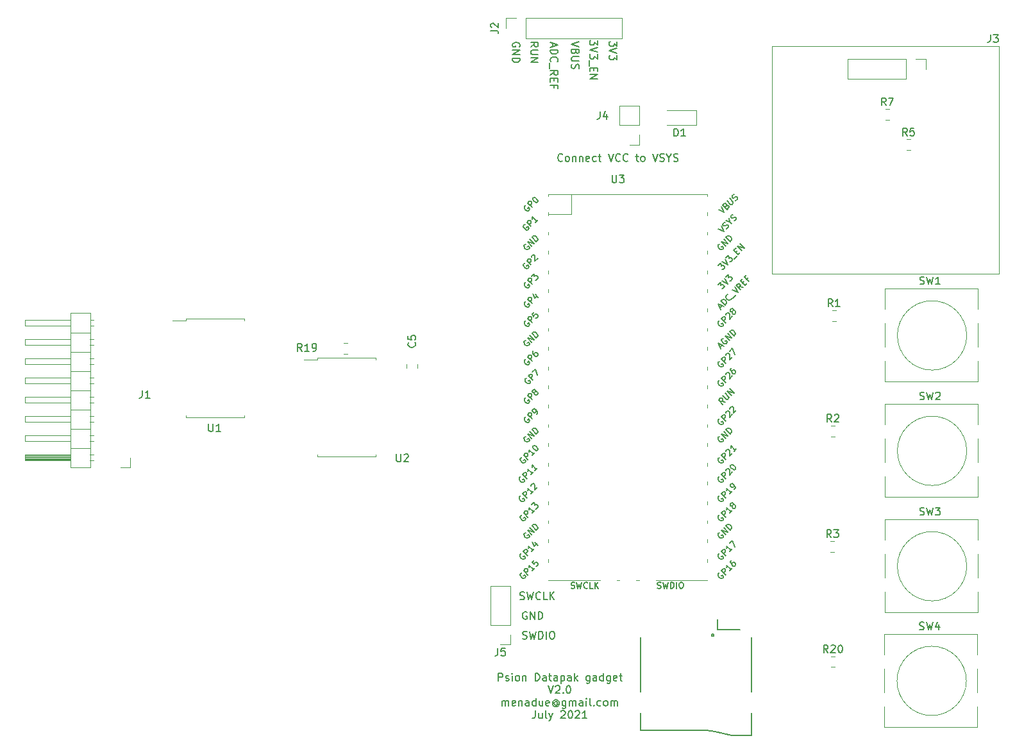
<source format=gbr>
G04 #@! TF.GenerationSoftware,KiCad,Pcbnew,5.1.5+dfsg1-2build2*
G04 #@! TF.CreationDate,2021-07-02T10:02:58+01:00*
G04 #@! TF.ProjectId,pak_breakout,70616b5f-6272-4656-916b-6f75742e6b69,rev?*
G04 #@! TF.SameCoordinates,Original*
G04 #@! TF.FileFunction,Legend,Top*
G04 #@! TF.FilePolarity,Positive*
%FSLAX46Y46*%
G04 Gerber Fmt 4.6, Leading zero omitted, Abs format (unit mm)*
G04 Created by KiCad (PCBNEW 5.1.5+dfsg1-2build2) date 2021-07-02 10:02:58*
%MOMM*%
%LPD*%
G04 APERTURE LIST*
%ADD10C,0.150000*%
%ADD11C,0.120000*%
G04 APERTURE END LIST*
D10*
X379638095Y-265700000D02*
X379542857Y-265652380D01*
X379400000Y-265652380D01*
X379257142Y-265700000D01*
X379161904Y-265795238D01*
X379114285Y-265890476D01*
X379066666Y-266080952D01*
X379066666Y-266223809D01*
X379114285Y-266414285D01*
X379161904Y-266509523D01*
X379257142Y-266604761D01*
X379400000Y-266652380D01*
X379495238Y-266652380D01*
X379638095Y-266604761D01*
X379685714Y-266557142D01*
X379685714Y-266223809D01*
X379495238Y-266223809D01*
X380114285Y-266652380D02*
X380114285Y-265652380D01*
X380685714Y-266652380D01*
X380685714Y-265652380D01*
X381161904Y-266652380D02*
X381161904Y-265652380D01*
X381400000Y-265652380D01*
X381542857Y-265700000D01*
X381638095Y-265795238D01*
X381685714Y-265890476D01*
X381733333Y-266080952D01*
X381733333Y-266223809D01*
X381685714Y-266414285D01*
X381638095Y-266509523D01*
X381542857Y-266604761D01*
X381400000Y-266652380D01*
X381161904Y-266652380D01*
X379080952Y-269204761D02*
X379223809Y-269252380D01*
X379461904Y-269252380D01*
X379557142Y-269204761D01*
X379604761Y-269157142D01*
X379652380Y-269061904D01*
X379652380Y-268966666D01*
X379604761Y-268871428D01*
X379557142Y-268823809D01*
X379461904Y-268776190D01*
X379271428Y-268728571D01*
X379176190Y-268680952D01*
X379128571Y-268633333D01*
X379080952Y-268538095D01*
X379080952Y-268442857D01*
X379128571Y-268347619D01*
X379176190Y-268300000D01*
X379271428Y-268252380D01*
X379509523Y-268252380D01*
X379652380Y-268300000D01*
X379985714Y-268252380D02*
X380223809Y-269252380D01*
X380414285Y-268538095D01*
X380604761Y-269252380D01*
X380842857Y-268252380D01*
X381223809Y-269252380D02*
X381223809Y-268252380D01*
X381461904Y-268252380D01*
X381604761Y-268300000D01*
X381700000Y-268395238D01*
X381747619Y-268490476D01*
X381795238Y-268680952D01*
X381795238Y-268823809D01*
X381747619Y-269014285D01*
X381700000Y-269109523D01*
X381604761Y-269204761D01*
X381461904Y-269252380D01*
X381223809Y-269252380D01*
X382223809Y-269252380D02*
X382223809Y-268252380D01*
X382890476Y-268252380D02*
X383080952Y-268252380D01*
X383176190Y-268300000D01*
X383271428Y-268395238D01*
X383319047Y-268585714D01*
X383319047Y-268919047D01*
X383271428Y-269109523D01*
X383176190Y-269204761D01*
X383080952Y-269252380D01*
X382890476Y-269252380D01*
X382795238Y-269204761D01*
X382700000Y-269109523D01*
X382652380Y-268919047D01*
X382652380Y-268585714D01*
X382700000Y-268395238D01*
X382795238Y-268300000D01*
X382890476Y-268252380D01*
X378738095Y-264004761D02*
X378880952Y-264052380D01*
X379119047Y-264052380D01*
X379214285Y-264004761D01*
X379261904Y-263957142D01*
X379309523Y-263861904D01*
X379309523Y-263766666D01*
X379261904Y-263671428D01*
X379214285Y-263623809D01*
X379119047Y-263576190D01*
X378928571Y-263528571D01*
X378833333Y-263480952D01*
X378785714Y-263433333D01*
X378738095Y-263338095D01*
X378738095Y-263242857D01*
X378785714Y-263147619D01*
X378833333Y-263100000D01*
X378928571Y-263052380D01*
X379166666Y-263052380D01*
X379309523Y-263100000D01*
X379642857Y-263052380D02*
X379880952Y-264052380D01*
X380071428Y-263338095D01*
X380261904Y-264052380D01*
X380500000Y-263052380D01*
X381452380Y-263957142D02*
X381404761Y-264004761D01*
X381261904Y-264052380D01*
X381166666Y-264052380D01*
X381023809Y-264004761D01*
X380928571Y-263909523D01*
X380880952Y-263814285D01*
X380833333Y-263623809D01*
X380833333Y-263480952D01*
X380880952Y-263290476D01*
X380928571Y-263195238D01*
X381023809Y-263100000D01*
X381166666Y-263052380D01*
X381261904Y-263052380D01*
X381404761Y-263100000D01*
X381452380Y-263147619D01*
X382357142Y-264052380D02*
X381880952Y-264052380D01*
X381880952Y-263052380D01*
X382690476Y-264052380D02*
X382690476Y-263052380D01*
X383261904Y-264052380D02*
X382833333Y-263480952D01*
X383261904Y-263052380D02*
X382690476Y-263623809D01*
X375904761Y-274777380D02*
X375904761Y-273777380D01*
X376285714Y-273777380D01*
X376380952Y-273825000D01*
X376428571Y-273872619D01*
X376476190Y-273967857D01*
X376476190Y-274110714D01*
X376428571Y-274205952D01*
X376380952Y-274253571D01*
X376285714Y-274301190D01*
X375904761Y-274301190D01*
X376857142Y-274729761D02*
X376952380Y-274777380D01*
X377142857Y-274777380D01*
X377238095Y-274729761D01*
X377285714Y-274634523D01*
X377285714Y-274586904D01*
X377238095Y-274491666D01*
X377142857Y-274444047D01*
X377000000Y-274444047D01*
X376904761Y-274396428D01*
X376857142Y-274301190D01*
X376857142Y-274253571D01*
X376904761Y-274158333D01*
X377000000Y-274110714D01*
X377142857Y-274110714D01*
X377238095Y-274158333D01*
X377714285Y-274777380D02*
X377714285Y-274110714D01*
X377714285Y-273777380D02*
X377666666Y-273825000D01*
X377714285Y-273872619D01*
X377761904Y-273825000D01*
X377714285Y-273777380D01*
X377714285Y-273872619D01*
X378333333Y-274777380D02*
X378238095Y-274729761D01*
X378190476Y-274682142D01*
X378142857Y-274586904D01*
X378142857Y-274301190D01*
X378190476Y-274205952D01*
X378238095Y-274158333D01*
X378333333Y-274110714D01*
X378476190Y-274110714D01*
X378571428Y-274158333D01*
X378619047Y-274205952D01*
X378666666Y-274301190D01*
X378666666Y-274586904D01*
X378619047Y-274682142D01*
X378571428Y-274729761D01*
X378476190Y-274777380D01*
X378333333Y-274777380D01*
X379095238Y-274110714D02*
X379095238Y-274777380D01*
X379095238Y-274205952D02*
X379142857Y-274158333D01*
X379238095Y-274110714D01*
X379380952Y-274110714D01*
X379476190Y-274158333D01*
X379523809Y-274253571D01*
X379523809Y-274777380D01*
X380761904Y-274777380D02*
X380761904Y-273777380D01*
X381000000Y-273777380D01*
X381142857Y-273825000D01*
X381238095Y-273920238D01*
X381285714Y-274015476D01*
X381333333Y-274205952D01*
X381333333Y-274348809D01*
X381285714Y-274539285D01*
X381238095Y-274634523D01*
X381142857Y-274729761D01*
X381000000Y-274777380D01*
X380761904Y-274777380D01*
X382190476Y-274777380D02*
X382190476Y-274253571D01*
X382142857Y-274158333D01*
X382047619Y-274110714D01*
X381857142Y-274110714D01*
X381761904Y-274158333D01*
X382190476Y-274729761D02*
X382095238Y-274777380D01*
X381857142Y-274777380D01*
X381761904Y-274729761D01*
X381714285Y-274634523D01*
X381714285Y-274539285D01*
X381761904Y-274444047D01*
X381857142Y-274396428D01*
X382095238Y-274396428D01*
X382190476Y-274348809D01*
X382523809Y-274110714D02*
X382904761Y-274110714D01*
X382666666Y-273777380D02*
X382666666Y-274634523D01*
X382714285Y-274729761D01*
X382809523Y-274777380D01*
X382904761Y-274777380D01*
X383666666Y-274777380D02*
X383666666Y-274253571D01*
X383619047Y-274158333D01*
X383523809Y-274110714D01*
X383333333Y-274110714D01*
X383238095Y-274158333D01*
X383666666Y-274729761D02*
X383571428Y-274777380D01*
X383333333Y-274777380D01*
X383238095Y-274729761D01*
X383190476Y-274634523D01*
X383190476Y-274539285D01*
X383238095Y-274444047D01*
X383333333Y-274396428D01*
X383571428Y-274396428D01*
X383666666Y-274348809D01*
X384142857Y-274110714D02*
X384142857Y-275110714D01*
X384142857Y-274158333D02*
X384238095Y-274110714D01*
X384428571Y-274110714D01*
X384523809Y-274158333D01*
X384571428Y-274205952D01*
X384619047Y-274301190D01*
X384619047Y-274586904D01*
X384571428Y-274682142D01*
X384523809Y-274729761D01*
X384428571Y-274777380D01*
X384238095Y-274777380D01*
X384142857Y-274729761D01*
X385476190Y-274777380D02*
X385476190Y-274253571D01*
X385428571Y-274158333D01*
X385333333Y-274110714D01*
X385142857Y-274110714D01*
X385047619Y-274158333D01*
X385476190Y-274729761D02*
X385380952Y-274777380D01*
X385142857Y-274777380D01*
X385047619Y-274729761D01*
X385000000Y-274634523D01*
X385000000Y-274539285D01*
X385047619Y-274444047D01*
X385142857Y-274396428D01*
X385380952Y-274396428D01*
X385476190Y-274348809D01*
X385952380Y-274777380D02*
X385952380Y-273777380D01*
X386047619Y-274396428D02*
X386333333Y-274777380D01*
X386333333Y-274110714D02*
X385952380Y-274491666D01*
X387952380Y-274110714D02*
X387952380Y-274920238D01*
X387904761Y-275015476D01*
X387857142Y-275063095D01*
X387761904Y-275110714D01*
X387619047Y-275110714D01*
X387523809Y-275063095D01*
X387952380Y-274729761D02*
X387857142Y-274777380D01*
X387666666Y-274777380D01*
X387571428Y-274729761D01*
X387523809Y-274682142D01*
X387476190Y-274586904D01*
X387476190Y-274301190D01*
X387523809Y-274205952D01*
X387571428Y-274158333D01*
X387666666Y-274110714D01*
X387857142Y-274110714D01*
X387952380Y-274158333D01*
X388857142Y-274777380D02*
X388857142Y-274253571D01*
X388809523Y-274158333D01*
X388714285Y-274110714D01*
X388523809Y-274110714D01*
X388428571Y-274158333D01*
X388857142Y-274729761D02*
X388761904Y-274777380D01*
X388523809Y-274777380D01*
X388428571Y-274729761D01*
X388380952Y-274634523D01*
X388380952Y-274539285D01*
X388428571Y-274444047D01*
X388523809Y-274396428D01*
X388761904Y-274396428D01*
X388857142Y-274348809D01*
X389761904Y-274777380D02*
X389761904Y-273777380D01*
X389761904Y-274729761D02*
X389666666Y-274777380D01*
X389476190Y-274777380D01*
X389380952Y-274729761D01*
X389333333Y-274682142D01*
X389285714Y-274586904D01*
X389285714Y-274301190D01*
X389333333Y-274205952D01*
X389380952Y-274158333D01*
X389476190Y-274110714D01*
X389666666Y-274110714D01*
X389761904Y-274158333D01*
X390666666Y-274110714D02*
X390666666Y-274920238D01*
X390619047Y-275015476D01*
X390571428Y-275063095D01*
X390476190Y-275110714D01*
X390333333Y-275110714D01*
X390238095Y-275063095D01*
X390666666Y-274729761D02*
X390571428Y-274777380D01*
X390380952Y-274777380D01*
X390285714Y-274729761D01*
X390238095Y-274682142D01*
X390190476Y-274586904D01*
X390190476Y-274301190D01*
X390238095Y-274205952D01*
X390285714Y-274158333D01*
X390380952Y-274110714D01*
X390571428Y-274110714D01*
X390666666Y-274158333D01*
X391523809Y-274729761D02*
X391428571Y-274777380D01*
X391238095Y-274777380D01*
X391142857Y-274729761D01*
X391095238Y-274634523D01*
X391095238Y-274253571D01*
X391142857Y-274158333D01*
X391238095Y-274110714D01*
X391428571Y-274110714D01*
X391523809Y-274158333D01*
X391571428Y-274253571D01*
X391571428Y-274348809D01*
X391095238Y-274444047D01*
X391857142Y-274110714D02*
X392238095Y-274110714D01*
X392000000Y-273777380D02*
X392000000Y-274634523D01*
X392047619Y-274729761D01*
X392142857Y-274777380D01*
X392238095Y-274777380D01*
X382476190Y-275427380D02*
X382809523Y-276427380D01*
X383142857Y-275427380D01*
X383428571Y-275522619D02*
X383476190Y-275475000D01*
X383571428Y-275427380D01*
X383809523Y-275427380D01*
X383904761Y-275475000D01*
X383952380Y-275522619D01*
X384000000Y-275617857D01*
X384000000Y-275713095D01*
X383952380Y-275855952D01*
X383380952Y-276427380D01*
X384000000Y-276427380D01*
X384428571Y-276332142D02*
X384476190Y-276379761D01*
X384428571Y-276427380D01*
X384380952Y-276379761D01*
X384428571Y-276332142D01*
X384428571Y-276427380D01*
X385095238Y-275427380D02*
X385190476Y-275427380D01*
X385285714Y-275475000D01*
X385333333Y-275522619D01*
X385380952Y-275617857D01*
X385428571Y-275808333D01*
X385428571Y-276046428D01*
X385380952Y-276236904D01*
X385333333Y-276332142D01*
X385285714Y-276379761D01*
X385190476Y-276427380D01*
X385095238Y-276427380D01*
X385000000Y-276379761D01*
X384952380Y-276332142D01*
X384904761Y-276236904D01*
X384857142Y-276046428D01*
X384857142Y-275808333D01*
X384904761Y-275617857D01*
X384952380Y-275522619D01*
X385000000Y-275475000D01*
X385095238Y-275427380D01*
X376404761Y-278077380D02*
X376404761Y-277410714D01*
X376404761Y-277505952D02*
X376452380Y-277458333D01*
X376547619Y-277410714D01*
X376690476Y-277410714D01*
X376785714Y-277458333D01*
X376833333Y-277553571D01*
X376833333Y-278077380D01*
X376833333Y-277553571D02*
X376880952Y-277458333D01*
X376976190Y-277410714D01*
X377119047Y-277410714D01*
X377214285Y-277458333D01*
X377261904Y-277553571D01*
X377261904Y-278077380D01*
X378119047Y-278029761D02*
X378023809Y-278077380D01*
X377833333Y-278077380D01*
X377738095Y-278029761D01*
X377690476Y-277934523D01*
X377690476Y-277553571D01*
X377738095Y-277458333D01*
X377833333Y-277410714D01*
X378023809Y-277410714D01*
X378119047Y-277458333D01*
X378166666Y-277553571D01*
X378166666Y-277648809D01*
X377690476Y-277744047D01*
X378595238Y-277410714D02*
X378595238Y-278077380D01*
X378595238Y-277505952D02*
X378642857Y-277458333D01*
X378738095Y-277410714D01*
X378880952Y-277410714D01*
X378976190Y-277458333D01*
X379023809Y-277553571D01*
X379023809Y-278077380D01*
X379928571Y-278077380D02*
X379928571Y-277553571D01*
X379880952Y-277458333D01*
X379785714Y-277410714D01*
X379595238Y-277410714D01*
X379500000Y-277458333D01*
X379928571Y-278029761D02*
X379833333Y-278077380D01*
X379595238Y-278077380D01*
X379500000Y-278029761D01*
X379452380Y-277934523D01*
X379452380Y-277839285D01*
X379500000Y-277744047D01*
X379595238Y-277696428D01*
X379833333Y-277696428D01*
X379928571Y-277648809D01*
X380833333Y-278077380D02*
X380833333Y-277077380D01*
X380833333Y-278029761D02*
X380738095Y-278077380D01*
X380547619Y-278077380D01*
X380452380Y-278029761D01*
X380404761Y-277982142D01*
X380357142Y-277886904D01*
X380357142Y-277601190D01*
X380404761Y-277505952D01*
X380452380Y-277458333D01*
X380547619Y-277410714D01*
X380738095Y-277410714D01*
X380833333Y-277458333D01*
X381738095Y-277410714D02*
X381738095Y-278077380D01*
X381309523Y-277410714D02*
X381309523Y-277934523D01*
X381357142Y-278029761D01*
X381452380Y-278077380D01*
X381595238Y-278077380D01*
X381690476Y-278029761D01*
X381738095Y-277982142D01*
X382595238Y-278029761D02*
X382500000Y-278077380D01*
X382309523Y-278077380D01*
X382214285Y-278029761D01*
X382166666Y-277934523D01*
X382166666Y-277553571D01*
X382214285Y-277458333D01*
X382309523Y-277410714D01*
X382500000Y-277410714D01*
X382595238Y-277458333D01*
X382642857Y-277553571D01*
X382642857Y-277648809D01*
X382166666Y-277744047D01*
X383690476Y-277601190D02*
X383642857Y-277553571D01*
X383547619Y-277505952D01*
X383452380Y-277505952D01*
X383357142Y-277553571D01*
X383309523Y-277601190D01*
X383261904Y-277696428D01*
X383261904Y-277791666D01*
X383309523Y-277886904D01*
X383357142Y-277934523D01*
X383452380Y-277982142D01*
X383547619Y-277982142D01*
X383642857Y-277934523D01*
X383690476Y-277886904D01*
X383690476Y-277505952D02*
X383690476Y-277886904D01*
X383738095Y-277934523D01*
X383785714Y-277934523D01*
X383880952Y-277886904D01*
X383928571Y-277791666D01*
X383928571Y-277553571D01*
X383833333Y-277410714D01*
X383690476Y-277315476D01*
X383500000Y-277267857D01*
X383309523Y-277315476D01*
X383166666Y-277410714D01*
X383071428Y-277553571D01*
X383023809Y-277744047D01*
X383071428Y-277934523D01*
X383166666Y-278077380D01*
X383309523Y-278172619D01*
X383500000Y-278220238D01*
X383690476Y-278172619D01*
X383833333Y-278077380D01*
X384785714Y-277410714D02*
X384785714Y-278220238D01*
X384738095Y-278315476D01*
X384690476Y-278363095D01*
X384595238Y-278410714D01*
X384452380Y-278410714D01*
X384357142Y-278363095D01*
X384785714Y-278029761D02*
X384690476Y-278077380D01*
X384500000Y-278077380D01*
X384404761Y-278029761D01*
X384357142Y-277982142D01*
X384309523Y-277886904D01*
X384309523Y-277601190D01*
X384357142Y-277505952D01*
X384404761Y-277458333D01*
X384500000Y-277410714D01*
X384690476Y-277410714D01*
X384785714Y-277458333D01*
X385261904Y-278077380D02*
X385261904Y-277410714D01*
X385261904Y-277505952D02*
X385309523Y-277458333D01*
X385404761Y-277410714D01*
X385547619Y-277410714D01*
X385642857Y-277458333D01*
X385690476Y-277553571D01*
X385690476Y-278077380D01*
X385690476Y-277553571D02*
X385738095Y-277458333D01*
X385833333Y-277410714D01*
X385976190Y-277410714D01*
X386071428Y-277458333D01*
X386119047Y-277553571D01*
X386119047Y-278077380D01*
X387023809Y-278077380D02*
X387023809Y-277553571D01*
X386976190Y-277458333D01*
X386880952Y-277410714D01*
X386690476Y-277410714D01*
X386595238Y-277458333D01*
X387023809Y-278029761D02*
X386928571Y-278077380D01*
X386690476Y-278077380D01*
X386595238Y-278029761D01*
X386547619Y-277934523D01*
X386547619Y-277839285D01*
X386595238Y-277744047D01*
X386690476Y-277696428D01*
X386928571Y-277696428D01*
X387023809Y-277648809D01*
X387500000Y-278077380D02*
X387500000Y-277410714D01*
X387500000Y-277077380D02*
X387452380Y-277125000D01*
X387500000Y-277172619D01*
X387547619Y-277125000D01*
X387500000Y-277077380D01*
X387500000Y-277172619D01*
X388119047Y-278077380D02*
X388023809Y-278029761D01*
X387976190Y-277934523D01*
X387976190Y-277077380D01*
X388500000Y-277982142D02*
X388547619Y-278029761D01*
X388500000Y-278077380D01*
X388452380Y-278029761D01*
X388500000Y-277982142D01*
X388500000Y-278077380D01*
X389404761Y-278029761D02*
X389309523Y-278077380D01*
X389119047Y-278077380D01*
X389023809Y-278029761D01*
X388976190Y-277982142D01*
X388928571Y-277886904D01*
X388928571Y-277601190D01*
X388976190Y-277505952D01*
X389023809Y-277458333D01*
X389119047Y-277410714D01*
X389309523Y-277410714D01*
X389404761Y-277458333D01*
X389976190Y-278077380D02*
X389880952Y-278029761D01*
X389833333Y-277982142D01*
X389785714Y-277886904D01*
X389785714Y-277601190D01*
X389833333Y-277505952D01*
X389880952Y-277458333D01*
X389976190Y-277410714D01*
X390119047Y-277410714D01*
X390214285Y-277458333D01*
X390261904Y-277505952D01*
X390309523Y-277601190D01*
X390309523Y-277886904D01*
X390261904Y-277982142D01*
X390214285Y-278029761D01*
X390119047Y-278077380D01*
X389976190Y-278077380D01*
X390738095Y-278077380D02*
X390738095Y-277410714D01*
X390738095Y-277505952D02*
X390785714Y-277458333D01*
X390880952Y-277410714D01*
X391023809Y-277410714D01*
X391119047Y-277458333D01*
X391166666Y-277553571D01*
X391166666Y-278077380D01*
X391166666Y-277553571D02*
X391214285Y-277458333D01*
X391309523Y-277410714D01*
X391452380Y-277410714D01*
X391547619Y-277458333D01*
X391595238Y-277553571D01*
X391595238Y-278077380D01*
X380761904Y-278727380D02*
X380761904Y-279441666D01*
X380714285Y-279584523D01*
X380619047Y-279679761D01*
X380476190Y-279727380D01*
X380380952Y-279727380D01*
X381666666Y-279060714D02*
X381666666Y-279727380D01*
X381238095Y-279060714D02*
X381238095Y-279584523D01*
X381285714Y-279679761D01*
X381380952Y-279727380D01*
X381523809Y-279727380D01*
X381619047Y-279679761D01*
X381666666Y-279632142D01*
X382285714Y-279727380D02*
X382190476Y-279679761D01*
X382142857Y-279584523D01*
X382142857Y-278727380D01*
X382571428Y-279060714D02*
X382809523Y-279727380D01*
X383047619Y-279060714D02*
X382809523Y-279727380D01*
X382714285Y-279965476D01*
X382666666Y-280013095D01*
X382571428Y-280060714D01*
X384142857Y-278822619D02*
X384190476Y-278775000D01*
X384285714Y-278727380D01*
X384523809Y-278727380D01*
X384619047Y-278775000D01*
X384666666Y-278822619D01*
X384714285Y-278917857D01*
X384714285Y-279013095D01*
X384666666Y-279155952D01*
X384095238Y-279727380D01*
X384714285Y-279727380D01*
X385333333Y-278727380D02*
X385428571Y-278727380D01*
X385523809Y-278775000D01*
X385571428Y-278822619D01*
X385619047Y-278917857D01*
X385666666Y-279108333D01*
X385666666Y-279346428D01*
X385619047Y-279536904D01*
X385571428Y-279632142D01*
X385523809Y-279679761D01*
X385428571Y-279727380D01*
X385333333Y-279727380D01*
X385238095Y-279679761D01*
X385190476Y-279632142D01*
X385142857Y-279536904D01*
X385095238Y-279346428D01*
X385095238Y-279108333D01*
X385142857Y-278917857D01*
X385190476Y-278822619D01*
X385238095Y-278775000D01*
X385333333Y-278727380D01*
X386047619Y-278822619D02*
X386095238Y-278775000D01*
X386190476Y-278727380D01*
X386428571Y-278727380D01*
X386523809Y-278775000D01*
X386571428Y-278822619D01*
X386619047Y-278917857D01*
X386619047Y-279013095D01*
X386571428Y-279155952D01*
X386000000Y-279727380D01*
X386619047Y-279727380D01*
X387571428Y-279727380D02*
X387000000Y-279727380D01*
X387285714Y-279727380D02*
X387285714Y-278727380D01*
X387190476Y-278870238D01*
X387095238Y-278965476D01*
X387000000Y-279013095D01*
X388947619Y-190204761D02*
X388947619Y-190823809D01*
X388566666Y-190490476D01*
X388566666Y-190633333D01*
X388519047Y-190728571D01*
X388471428Y-190776190D01*
X388376190Y-190823809D01*
X388138095Y-190823809D01*
X388042857Y-190776190D01*
X387995238Y-190728571D01*
X387947619Y-190633333D01*
X387947619Y-190347619D01*
X387995238Y-190252380D01*
X388042857Y-190204761D01*
X388947619Y-191109523D02*
X387947619Y-191442857D01*
X388947619Y-191776190D01*
X388947619Y-192014285D02*
X388947619Y-192633333D01*
X388566666Y-192300000D01*
X388566666Y-192442857D01*
X388519047Y-192538095D01*
X388471428Y-192585714D01*
X388376190Y-192633333D01*
X388138095Y-192633333D01*
X388042857Y-192585714D01*
X387995238Y-192538095D01*
X387947619Y-192442857D01*
X387947619Y-192157142D01*
X387995238Y-192061904D01*
X388042857Y-192014285D01*
X387852380Y-192823809D02*
X387852380Y-193585714D01*
X388471428Y-193823809D02*
X388471428Y-194157142D01*
X387947619Y-194300000D02*
X387947619Y-193823809D01*
X388947619Y-193823809D01*
X388947619Y-194300000D01*
X387947619Y-194728571D02*
X388947619Y-194728571D01*
X387947619Y-195300000D01*
X388947619Y-195300000D01*
X386547619Y-190366666D02*
X385547619Y-190700000D01*
X386547619Y-191033333D01*
X386071428Y-191700000D02*
X386023809Y-191842857D01*
X385976190Y-191890476D01*
X385880952Y-191938095D01*
X385738095Y-191938095D01*
X385642857Y-191890476D01*
X385595238Y-191842857D01*
X385547619Y-191747619D01*
X385547619Y-191366666D01*
X386547619Y-191366666D01*
X386547619Y-191700000D01*
X386500000Y-191795238D01*
X386452380Y-191842857D01*
X386357142Y-191890476D01*
X386261904Y-191890476D01*
X386166666Y-191842857D01*
X386119047Y-191795238D01*
X386071428Y-191700000D01*
X386071428Y-191366666D01*
X386547619Y-192366666D02*
X385738095Y-192366666D01*
X385642857Y-192414285D01*
X385595238Y-192461904D01*
X385547619Y-192557142D01*
X385547619Y-192747619D01*
X385595238Y-192842857D01*
X385642857Y-192890476D01*
X385738095Y-192938095D01*
X386547619Y-192938095D01*
X385595238Y-193366666D02*
X385547619Y-193509523D01*
X385547619Y-193747619D01*
X385595238Y-193842857D01*
X385642857Y-193890476D01*
X385738095Y-193938095D01*
X385833333Y-193938095D01*
X385928571Y-193890476D01*
X385976190Y-193842857D01*
X386023809Y-193747619D01*
X386071428Y-193557142D01*
X386119047Y-193461904D01*
X386166666Y-193414285D01*
X386261904Y-193366666D01*
X386357142Y-193366666D01*
X386452380Y-193414285D01*
X386500000Y-193461904D01*
X386547619Y-193557142D01*
X386547619Y-193795238D01*
X386500000Y-193938095D01*
X383033333Y-190548000D02*
X383033333Y-191024190D01*
X382747619Y-190452761D02*
X383747619Y-190786095D01*
X382747619Y-191119428D01*
X382747619Y-191452761D02*
X383747619Y-191452761D01*
X383747619Y-191690857D01*
X383700000Y-191833714D01*
X383604761Y-191928952D01*
X383509523Y-191976571D01*
X383319047Y-192024190D01*
X383176190Y-192024190D01*
X382985714Y-191976571D01*
X382890476Y-191928952D01*
X382795238Y-191833714D01*
X382747619Y-191690857D01*
X382747619Y-191452761D01*
X382842857Y-193024190D02*
X382795238Y-192976571D01*
X382747619Y-192833714D01*
X382747619Y-192738476D01*
X382795238Y-192595619D01*
X382890476Y-192500380D01*
X382985714Y-192452761D01*
X383176190Y-192405142D01*
X383319047Y-192405142D01*
X383509523Y-192452761D01*
X383604761Y-192500380D01*
X383700000Y-192595619D01*
X383747619Y-192738476D01*
X383747619Y-192833714D01*
X383700000Y-192976571D01*
X383652380Y-193024190D01*
X382652380Y-193214666D02*
X382652380Y-193976571D01*
X382747619Y-194786095D02*
X383223809Y-194452761D01*
X382747619Y-194214666D02*
X383747619Y-194214666D01*
X383747619Y-194595619D01*
X383700000Y-194690857D01*
X383652380Y-194738476D01*
X383557142Y-194786095D01*
X383414285Y-194786095D01*
X383319047Y-194738476D01*
X383271428Y-194690857D01*
X383223809Y-194595619D01*
X383223809Y-194214666D01*
X383271428Y-195214666D02*
X383271428Y-195548000D01*
X382747619Y-195690857D02*
X382747619Y-195214666D01*
X383747619Y-195214666D01*
X383747619Y-195690857D01*
X383271428Y-196452761D02*
X383271428Y-196119428D01*
X382747619Y-196119428D02*
X383747619Y-196119428D01*
X383747619Y-196595619D01*
X380147619Y-191061904D02*
X380623809Y-190728571D01*
X380147619Y-190490476D02*
X381147619Y-190490476D01*
X381147619Y-190871428D01*
X381100000Y-190966666D01*
X381052380Y-191014285D01*
X380957142Y-191061904D01*
X380814285Y-191061904D01*
X380719047Y-191014285D01*
X380671428Y-190966666D01*
X380623809Y-190871428D01*
X380623809Y-190490476D01*
X381147619Y-191490476D02*
X380338095Y-191490476D01*
X380242857Y-191538095D01*
X380195238Y-191585714D01*
X380147619Y-191680952D01*
X380147619Y-191871428D01*
X380195238Y-191966666D01*
X380242857Y-192014285D01*
X380338095Y-192061904D01*
X381147619Y-192061904D01*
X380147619Y-192538095D02*
X381147619Y-192538095D01*
X380147619Y-193109523D01*
X381147619Y-193109523D01*
X391547619Y-190361904D02*
X391547619Y-190980952D01*
X391166666Y-190647619D01*
X391166666Y-190790476D01*
X391119047Y-190885714D01*
X391071428Y-190933333D01*
X390976190Y-190980952D01*
X390738095Y-190980952D01*
X390642857Y-190933333D01*
X390595238Y-190885714D01*
X390547619Y-190790476D01*
X390547619Y-190504761D01*
X390595238Y-190409523D01*
X390642857Y-190361904D01*
X391547619Y-191266666D02*
X390547619Y-191600000D01*
X391547619Y-191933333D01*
X391547619Y-192171428D02*
X391547619Y-192790476D01*
X391166666Y-192457142D01*
X391166666Y-192600000D01*
X391119047Y-192695238D01*
X391071428Y-192742857D01*
X390976190Y-192790476D01*
X390738095Y-192790476D01*
X390642857Y-192742857D01*
X390595238Y-192695238D01*
X390547619Y-192600000D01*
X390547619Y-192314285D01*
X390595238Y-192219047D01*
X390642857Y-192171428D01*
X378700000Y-191038095D02*
X378747619Y-190942857D01*
X378747619Y-190800000D01*
X378700000Y-190657142D01*
X378604761Y-190561904D01*
X378509523Y-190514285D01*
X378319047Y-190466666D01*
X378176190Y-190466666D01*
X377985714Y-190514285D01*
X377890476Y-190561904D01*
X377795238Y-190657142D01*
X377747619Y-190800000D01*
X377747619Y-190895238D01*
X377795238Y-191038095D01*
X377842857Y-191085714D01*
X378176190Y-191085714D01*
X378176190Y-190895238D01*
X377747619Y-191514285D02*
X378747619Y-191514285D01*
X377747619Y-192085714D01*
X378747619Y-192085714D01*
X377747619Y-192561904D02*
X378747619Y-192561904D01*
X378747619Y-192800000D01*
X378700000Y-192942857D01*
X378604761Y-193038095D01*
X378509523Y-193085714D01*
X378319047Y-193133333D01*
X378176190Y-193133333D01*
X377985714Y-193085714D01*
X377890476Y-193038095D01*
X377795238Y-192942857D01*
X377747619Y-192800000D01*
X377747619Y-192561904D01*
X384358476Y-206097142D02*
X384310857Y-206144761D01*
X384168000Y-206192380D01*
X384072761Y-206192380D01*
X383929904Y-206144761D01*
X383834666Y-206049523D01*
X383787047Y-205954285D01*
X383739428Y-205763809D01*
X383739428Y-205620952D01*
X383787047Y-205430476D01*
X383834666Y-205335238D01*
X383929904Y-205240000D01*
X384072761Y-205192380D01*
X384168000Y-205192380D01*
X384310857Y-205240000D01*
X384358476Y-205287619D01*
X384929904Y-206192380D02*
X384834666Y-206144761D01*
X384787047Y-206097142D01*
X384739428Y-206001904D01*
X384739428Y-205716190D01*
X384787047Y-205620952D01*
X384834666Y-205573333D01*
X384929904Y-205525714D01*
X385072761Y-205525714D01*
X385168000Y-205573333D01*
X385215619Y-205620952D01*
X385263238Y-205716190D01*
X385263238Y-206001904D01*
X385215619Y-206097142D01*
X385168000Y-206144761D01*
X385072761Y-206192380D01*
X384929904Y-206192380D01*
X385691809Y-205525714D02*
X385691809Y-206192380D01*
X385691809Y-205620952D02*
X385739428Y-205573333D01*
X385834666Y-205525714D01*
X385977523Y-205525714D01*
X386072761Y-205573333D01*
X386120380Y-205668571D01*
X386120380Y-206192380D01*
X386596571Y-205525714D02*
X386596571Y-206192380D01*
X386596571Y-205620952D02*
X386644190Y-205573333D01*
X386739428Y-205525714D01*
X386882285Y-205525714D01*
X386977523Y-205573333D01*
X387025142Y-205668571D01*
X387025142Y-206192380D01*
X387882285Y-206144761D02*
X387787047Y-206192380D01*
X387596571Y-206192380D01*
X387501333Y-206144761D01*
X387453714Y-206049523D01*
X387453714Y-205668571D01*
X387501333Y-205573333D01*
X387596571Y-205525714D01*
X387787047Y-205525714D01*
X387882285Y-205573333D01*
X387929904Y-205668571D01*
X387929904Y-205763809D01*
X387453714Y-205859047D01*
X388787047Y-206144761D02*
X388691809Y-206192380D01*
X388501333Y-206192380D01*
X388406095Y-206144761D01*
X388358476Y-206097142D01*
X388310857Y-206001904D01*
X388310857Y-205716190D01*
X388358476Y-205620952D01*
X388406095Y-205573333D01*
X388501333Y-205525714D01*
X388691809Y-205525714D01*
X388787047Y-205573333D01*
X389072761Y-205525714D02*
X389453714Y-205525714D01*
X389215619Y-205192380D02*
X389215619Y-206049523D01*
X389263238Y-206144761D01*
X389358476Y-206192380D01*
X389453714Y-206192380D01*
X390406095Y-205192380D02*
X390739428Y-206192380D01*
X391072761Y-205192380D01*
X391977523Y-206097142D02*
X391929904Y-206144761D01*
X391787047Y-206192380D01*
X391691809Y-206192380D01*
X391548952Y-206144761D01*
X391453714Y-206049523D01*
X391406095Y-205954285D01*
X391358476Y-205763809D01*
X391358476Y-205620952D01*
X391406095Y-205430476D01*
X391453714Y-205335238D01*
X391548952Y-205240000D01*
X391691809Y-205192380D01*
X391787047Y-205192380D01*
X391929904Y-205240000D01*
X391977523Y-205287619D01*
X392977523Y-206097142D02*
X392929904Y-206144761D01*
X392787047Y-206192380D01*
X392691809Y-206192380D01*
X392548952Y-206144761D01*
X392453714Y-206049523D01*
X392406095Y-205954285D01*
X392358476Y-205763809D01*
X392358476Y-205620952D01*
X392406095Y-205430476D01*
X392453714Y-205335238D01*
X392548952Y-205240000D01*
X392691809Y-205192380D01*
X392787047Y-205192380D01*
X392929904Y-205240000D01*
X392977523Y-205287619D01*
X394025142Y-205525714D02*
X394406095Y-205525714D01*
X394168000Y-205192380D02*
X394168000Y-206049523D01*
X394215619Y-206144761D01*
X394310857Y-206192380D01*
X394406095Y-206192380D01*
X394882285Y-206192380D02*
X394787047Y-206144761D01*
X394739428Y-206097142D01*
X394691809Y-206001904D01*
X394691809Y-205716190D01*
X394739428Y-205620952D01*
X394787047Y-205573333D01*
X394882285Y-205525714D01*
X395025142Y-205525714D01*
X395120380Y-205573333D01*
X395168000Y-205620952D01*
X395215619Y-205716190D01*
X395215619Y-206001904D01*
X395168000Y-206097142D01*
X395120380Y-206144761D01*
X395025142Y-206192380D01*
X394882285Y-206192380D01*
X396263238Y-205192380D02*
X396596571Y-206192380D01*
X396929904Y-205192380D01*
X397215619Y-206144761D02*
X397358476Y-206192380D01*
X397596571Y-206192380D01*
X397691809Y-206144761D01*
X397739428Y-206097142D01*
X397787047Y-206001904D01*
X397787047Y-205906666D01*
X397739428Y-205811428D01*
X397691809Y-205763809D01*
X397596571Y-205716190D01*
X397406095Y-205668571D01*
X397310857Y-205620952D01*
X397263238Y-205573333D01*
X397215619Y-205478095D01*
X397215619Y-205382857D01*
X397263238Y-205287619D01*
X397310857Y-205240000D01*
X397406095Y-205192380D01*
X397644190Y-205192380D01*
X397787047Y-205240000D01*
X398406095Y-205716190D02*
X398406095Y-206192380D01*
X398072761Y-205192380D02*
X398406095Y-205716190D01*
X398739428Y-205192380D01*
X399025142Y-206144761D02*
X399168000Y-206192380D01*
X399406095Y-206192380D01*
X399501333Y-206144761D01*
X399548952Y-206097142D01*
X399596571Y-206001904D01*
X399596571Y-205906666D01*
X399548952Y-205811428D01*
X399501333Y-205763809D01*
X399406095Y-205716190D01*
X399215619Y-205668571D01*
X399120380Y-205620952D01*
X399072761Y-205573333D01*
X399025142Y-205478095D01*
X399025142Y-205382857D01*
X399072761Y-205287619D01*
X399120380Y-205240000D01*
X399215619Y-205192380D01*
X399453714Y-205192380D01*
X399596571Y-205240000D01*
D11*
X412000000Y-191000000D02*
X427000000Y-191000000D01*
X412000000Y-221000000D02*
X412000000Y-191000000D01*
X442000000Y-221000000D02*
X412000000Y-221000000D01*
X442000000Y-191000000D02*
X442000000Y-221000000D01*
X427000000Y-191000000D02*
X442000000Y-191000000D01*
X376870000Y-188600000D02*
X376870000Y-187270000D01*
X376870000Y-187270000D02*
X378200000Y-187270000D01*
X379470000Y-187270000D02*
X392230000Y-187270000D01*
X392230000Y-189930000D02*
X392230000Y-187270000D01*
X379470000Y-189930000D02*
X392230000Y-189930000D01*
X379470000Y-189930000D02*
X379470000Y-187270000D01*
X377480000Y-270010000D02*
X376150000Y-270010000D01*
X377480000Y-268680000D02*
X377480000Y-270010000D01*
X377480000Y-267410000D02*
X374820000Y-267410000D01*
X374820000Y-267410000D02*
X374820000Y-262270000D01*
X377480000Y-267410000D02*
X377480000Y-262270000D01*
X377480000Y-262270000D02*
X374820000Y-262270000D01*
X351990000Y-232400000D02*
X350175000Y-232400000D01*
X351990000Y-232165000D02*
X351990000Y-232400000D01*
X355850000Y-232165000D02*
X351990000Y-232165000D01*
X359710000Y-232165000D02*
X359710000Y-232400000D01*
X355850000Y-232165000D02*
X359710000Y-232165000D01*
X351990000Y-245185000D02*
X351990000Y-244950000D01*
X355850000Y-245185000D02*
X351990000Y-245185000D01*
X359710000Y-245185000D02*
X359710000Y-244950000D01*
X355850000Y-245185000D02*
X359710000Y-245185000D01*
X334640000Y-227225000D02*
X332825000Y-227225000D01*
X334640000Y-226990000D02*
X334640000Y-227225000D01*
X338500000Y-226990000D02*
X334640000Y-226990000D01*
X342360000Y-226990000D02*
X342360000Y-227225000D01*
X338500000Y-226990000D02*
X342360000Y-226990000D01*
X334640000Y-240010000D02*
X334640000Y-239775000D01*
X338500000Y-240010000D02*
X334640000Y-240010000D01*
X342360000Y-240010000D02*
X342360000Y-239775000D01*
X338500000Y-240010000D02*
X342360000Y-240010000D01*
X439150000Y-268600000D02*
X439150000Y-271320000D01*
X439150000Y-278180000D02*
X439150000Y-280900000D01*
X426850000Y-276320000D02*
X426850000Y-273180000D01*
X426850000Y-280900000D02*
X426850000Y-278180000D01*
X437679050Y-274790000D02*
G75*
G03X437679050Y-274790000I-4579050J0D01*
G01*
X426850000Y-271320000D02*
X426850000Y-268600000D01*
X439150000Y-280900000D02*
X426850000Y-280900000D01*
X439150000Y-273180000D02*
X439150000Y-276320000D01*
X426850000Y-268600000D02*
X439150000Y-268600000D01*
X419803922Y-272960000D02*
X420321078Y-272960000D01*
X419803922Y-271540000D02*
X420321078Y-271540000D01*
X356008578Y-230190000D02*
X355491422Y-230190000D01*
X356008578Y-231610000D02*
X355491422Y-231610000D01*
X439200000Y-238220000D02*
X439200000Y-240940000D01*
X439200000Y-247800000D02*
X439200000Y-250520000D01*
X426900000Y-245940000D02*
X426900000Y-242800000D01*
X426900000Y-250520000D02*
X426900000Y-247800000D01*
X437729050Y-244410000D02*
G75*
G03X437729050Y-244410000I-4579050J0D01*
G01*
X426900000Y-240940000D02*
X426900000Y-238220000D01*
X439200000Y-250520000D02*
X426900000Y-250520000D01*
X439200000Y-242800000D02*
X439200000Y-245940000D01*
X426900000Y-238220000D02*
X439200000Y-238220000D01*
X394522000Y-204022000D02*
X393192000Y-204022000D01*
X394522000Y-202692000D02*
X394522000Y-204022000D01*
X394522000Y-201422000D02*
X391862000Y-201422000D01*
X391862000Y-201422000D02*
X391862000Y-198822000D01*
X394522000Y-201422000D02*
X394522000Y-198822000D01*
X394522000Y-198822000D02*
X391862000Y-198822000D01*
X402046000Y-201406000D02*
X398146000Y-201406000D01*
X402046000Y-199406000D02*
X398146000Y-199406000D01*
X402046000Y-201406000D02*
X402046000Y-199406000D01*
X363790000Y-232991422D02*
X363790000Y-233508578D01*
X365210000Y-232991422D02*
X365210000Y-233508578D01*
X327270000Y-246570000D02*
X326000000Y-246570000D01*
X327270000Y-245300000D02*
X327270000Y-246570000D01*
X321962929Y-245680000D02*
X322417071Y-245680000D01*
X321962929Y-244920000D02*
X322417071Y-244920000D01*
X322417071Y-227140000D02*
X322020000Y-227140000D01*
X322417071Y-227900000D02*
X322020000Y-227900000D01*
X313360000Y-227140000D02*
X319360000Y-227140000D01*
X313360000Y-227900000D02*
X313360000Y-227140000D01*
X319360000Y-227900000D02*
X313360000Y-227900000D01*
X322020000Y-228790000D02*
X319360000Y-228790000D01*
X321962929Y-243140000D02*
X322417071Y-243140000D01*
X321962929Y-242380000D02*
X322417071Y-242380000D01*
X322417071Y-229680000D02*
X322020000Y-229680000D01*
X322417071Y-230440000D02*
X322020000Y-230440000D01*
X313360000Y-229680000D02*
X319360000Y-229680000D01*
X313360000Y-230440000D02*
X313360000Y-229680000D01*
X319360000Y-230440000D02*
X313360000Y-230440000D01*
X322020000Y-231330000D02*
X319360000Y-231330000D01*
X321962929Y-240600000D02*
X322417071Y-240600000D01*
X321962929Y-239840000D02*
X322417071Y-239840000D01*
X322417071Y-232220000D02*
X322020000Y-232220000D01*
X322417071Y-232980000D02*
X322020000Y-232980000D01*
X313360000Y-232220000D02*
X319360000Y-232220000D01*
X313360000Y-232980000D02*
X313360000Y-232220000D01*
X319360000Y-232980000D02*
X313360000Y-232980000D01*
X322020000Y-233870000D02*
X319360000Y-233870000D01*
X321962929Y-238060000D02*
X322417071Y-238060000D01*
X321962929Y-237300000D02*
X322417071Y-237300000D01*
X322417071Y-234760000D02*
X322020000Y-234760000D01*
X322417071Y-235520000D02*
X322020000Y-235520000D01*
X313360000Y-234760000D02*
X319360000Y-234760000D01*
X313360000Y-235520000D02*
X313360000Y-234760000D01*
X319360000Y-235520000D02*
X313360000Y-235520000D01*
X322020000Y-236410000D02*
X319360000Y-236410000D01*
X321962929Y-235520000D02*
X322417071Y-235520000D01*
X321962929Y-234760000D02*
X322417071Y-234760000D01*
X322417071Y-237300000D02*
X322020000Y-237300000D01*
X322417071Y-238060000D02*
X322020000Y-238060000D01*
X313360000Y-237300000D02*
X319360000Y-237300000D01*
X313360000Y-238060000D02*
X313360000Y-237300000D01*
X319360000Y-238060000D02*
X313360000Y-238060000D01*
X322020000Y-238950000D02*
X319360000Y-238950000D01*
X321962929Y-232980000D02*
X322417071Y-232980000D01*
X321962929Y-232220000D02*
X322417071Y-232220000D01*
X322417071Y-239840000D02*
X322020000Y-239840000D01*
X322417071Y-240600000D02*
X322020000Y-240600000D01*
X313360000Y-239840000D02*
X319360000Y-239840000D01*
X313360000Y-240600000D02*
X313360000Y-239840000D01*
X319360000Y-240600000D02*
X313360000Y-240600000D01*
X322020000Y-241490000D02*
X319360000Y-241490000D01*
X321962929Y-230440000D02*
X322417071Y-230440000D01*
X321962929Y-229680000D02*
X322417071Y-229680000D01*
X322417071Y-242380000D02*
X322020000Y-242380000D01*
X322417071Y-243140000D02*
X322020000Y-243140000D01*
X313360000Y-242380000D02*
X319360000Y-242380000D01*
X313360000Y-243140000D02*
X313360000Y-242380000D01*
X319360000Y-243140000D02*
X313360000Y-243140000D01*
X322020000Y-244030000D02*
X319360000Y-244030000D01*
X322030000Y-227900000D02*
X322417071Y-227900000D01*
X322030000Y-227140000D02*
X322417071Y-227140000D01*
X322417071Y-244920000D02*
X322020000Y-244920000D01*
X322417071Y-245680000D02*
X322020000Y-245680000D01*
X319360000Y-245020000D02*
X313360000Y-245020000D01*
X319360000Y-245140000D02*
X313360000Y-245140000D01*
X319360000Y-245260000D02*
X313360000Y-245260000D01*
X319360000Y-245380000D02*
X313360000Y-245380000D01*
X319360000Y-245500000D02*
X313360000Y-245500000D01*
X319360000Y-245620000D02*
X313360000Y-245620000D01*
X313360000Y-244920000D02*
X319360000Y-244920000D01*
X313360000Y-245680000D02*
X313360000Y-244920000D01*
X319360000Y-245680000D02*
X313360000Y-245680000D01*
X319360000Y-246630000D02*
X322020000Y-246630000D01*
X319360000Y-226190000D02*
X319360000Y-246630000D01*
X322020000Y-226190000D02*
X319360000Y-226190000D01*
X322020000Y-246630000D02*
X322020000Y-226190000D01*
X382500000Y-210500000D02*
X403500000Y-210500000D01*
X389300000Y-261500000D02*
X382500000Y-261500000D01*
X382500000Y-213167000D02*
X385507000Y-213167000D01*
X385507000Y-213167000D02*
X385507000Y-210500000D01*
X382500000Y-210500000D02*
X382500000Y-210800000D01*
X382500000Y-212900000D02*
X382500000Y-213300000D01*
X382500000Y-215500000D02*
X382500000Y-215900000D01*
X382500000Y-218000000D02*
X382500000Y-218400000D01*
X382500000Y-220600000D02*
X382500000Y-221000000D01*
X382500000Y-223100000D02*
X382500000Y-223500000D01*
X382500000Y-225600000D02*
X382500000Y-226000000D01*
X382500000Y-228200000D02*
X382500000Y-228600000D01*
X382500000Y-230700000D02*
X382500000Y-231100000D01*
X382500000Y-233300000D02*
X382500000Y-233700000D01*
X382500000Y-235800000D02*
X382500000Y-236200000D01*
X382500000Y-238300000D02*
X382500000Y-238700000D01*
X382500000Y-240900000D02*
X382500000Y-241300000D01*
X382500000Y-243400000D02*
X382500000Y-243800000D01*
X382500000Y-246000000D02*
X382500000Y-246400000D01*
X382500000Y-248500000D02*
X382500000Y-248900000D01*
X382500000Y-251100000D02*
X382500000Y-251500000D01*
X382500000Y-253600000D02*
X382500000Y-254000000D01*
X382500000Y-256100000D02*
X382500000Y-256500000D01*
X382500000Y-258700000D02*
X382500000Y-259100000D01*
X403500000Y-225600000D02*
X403500000Y-226000000D01*
X403500000Y-230700000D02*
X403500000Y-231100000D01*
X403500000Y-238300000D02*
X403500000Y-238700000D01*
X403500000Y-246000000D02*
X403500000Y-246400000D01*
X403500000Y-215500000D02*
X403500000Y-215900000D01*
X403500000Y-212900000D02*
X403500000Y-213300000D01*
X403500000Y-220600000D02*
X403500000Y-221000000D01*
X403500000Y-253600000D02*
X403500000Y-254000000D01*
X403500000Y-258700000D02*
X403500000Y-259100000D01*
X403500000Y-256100000D02*
X403500000Y-256500000D01*
X403500000Y-240900000D02*
X403500000Y-241300000D01*
X403500000Y-235800000D02*
X403500000Y-236200000D01*
X403500000Y-223100000D02*
X403500000Y-223500000D01*
X403500000Y-228200000D02*
X403500000Y-228600000D01*
X403500000Y-248500000D02*
X403500000Y-248900000D01*
X403500000Y-233300000D02*
X403500000Y-233700000D01*
X403500000Y-210500000D02*
X403500000Y-210800000D01*
X403500000Y-218000000D02*
X403500000Y-218400000D01*
X403500000Y-243400000D02*
X403500000Y-243800000D01*
X403500000Y-251100000D02*
X403500000Y-251500000D01*
X403500000Y-261500000D02*
X396700000Y-261500000D01*
X391500000Y-261500000D02*
X391900000Y-261500000D01*
X394100000Y-261500000D02*
X394500000Y-261500000D01*
D10*
X394650000Y-281300000D02*
X402000000Y-281300000D01*
X402000000Y-281300000D02*
X403350000Y-281350000D01*
X403350000Y-281350000D02*
X404500000Y-281500000D01*
X404500000Y-281500000D02*
X405600000Y-281700000D01*
X405600000Y-281700000D02*
X406650000Y-282000000D01*
X404800000Y-268000000D02*
X404800000Y-266700000D01*
X394650000Y-276200000D02*
X394650000Y-269000000D01*
X394650000Y-279000000D02*
X394650000Y-281300000D01*
X406650000Y-282000000D02*
X409350000Y-282000000D01*
X409350000Y-282000000D02*
X409350000Y-279000000D01*
X409350000Y-269000000D02*
X409350000Y-276200000D01*
X404350000Y-268600000D02*
X404050000Y-268600000D01*
X404050000Y-268600000D02*
X404050000Y-268900000D01*
X404050000Y-268900000D02*
X404350000Y-268900000D01*
X404350000Y-268900000D02*
X404350000Y-268600000D01*
X404800000Y-268000000D02*
X407800000Y-268000000D01*
D11*
X439200000Y-253460000D02*
X439200000Y-256180000D01*
X439200000Y-263040000D02*
X439200000Y-265760000D01*
X426900000Y-261180000D02*
X426900000Y-258040000D01*
X426900000Y-265760000D02*
X426900000Y-263040000D01*
X437729050Y-259650000D02*
G75*
G03X437729050Y-259650000I-4579050J0D01*
G01*
X426900000Y-256180000D02*
X426900000Y-253460000D01*
X439200000Y-265760000D02*
X426900000Y-265760000D01*
X439200000Y-258040000D02*
X439200000Y-261180000D01*
X426900000Y-253460000D02*
X439200000Y-253460000D01*
X439200000Y-222980000D02*
X439200000Y-225700000D01*
X439200000Y-232560000D02*
X439200000Y-235280000D01*
X426900000Y-230700000D02*
X426900000Y-227560000D01*
X426900000Y-235280000D02*
X426900000Y-232560000D01*
X437729050Y-229170000D02*
G75*
G03X437729050Y-229170000I-4579050J0D01*
G01*
X426900000Y-225700000D02*
X426900000Y-222980000D01*
X439200000Y-235280000D02*
X426900000Y-235280000D01*
X439200000Y-227560000D02*
X439200000Y-230700000D01*
X426900000Y-222980000D02*
X439200000Y-222980000D01*
X426969422Y-200710000D02*
X427486578Y-200710000D01*
X426969422Y-199290000D02*
X427486578Y-199290000D01*
X429763422Y-204710000D02*
X430280578Y-204710000D01*
X429763422Y-203290000D02*
X430280578Y-203290000D01*
X419741422Y-257758000D02*
X420258578Y-257758000D01*
X419741422Y-256338000D02*
X420258578Y-256338000D01*
X419803922Y-242518000D02*
X420321078Y-242518000D01*
X419803922Y-241098000D02*
X420321078Y-241098000D01*
X419935922Y-227278000D02*
X420453078Y-227278000D01*
X419935922Y-225858000D02*
X420453078Y-225858000D01*
X432330000Y-192670000D02*
X432330000Y-194000000D01*
X431000000Y-192670000D02*
X432330000Y-192670000D01*
X429730000Y-192670000D02*
X429730000Y-195330000D01*
X429730000Y-195330000D02*
X422050000Y-195330000D01*
X429730000Y-192670000D02*
X422050000Y-192670000D01*
X422050000Y-192670000D02*
X422050000Y-195330000D01*
D10*
X374882380Y-188933333D02*
X375596666Y-188933333D01*
X375739523Y-188980952D01*
X375834761Y-189076190D01*
X375882380Y-189219047D01*
X375882380Y-189314285D01*
X374977619Y-188504761D02*
X374930000Y-188457142D01*
X374882380Y-188361904D01*
X374882380Y-188123809D01*
X374930000Y-188028571D01*
X374977619Y-187980952D01*
X375072857Y-187933333D01*
X375168095Y-187933333D01*
X375310952Y-187980952D01*
X375882380Y-188552380D01*
X375882380Y-187933333D01*
X375816666Y-270462380D02*
X375816666Y-271176666D01*
X375769047Y-271319523D01*
X375673809Y-271414761D01*
X375530952Y-271462380D01*
X375435714Y-271462380D01*
X376769047Y-270462380D02*
X376292857Y-270462380D01*
X376245238Y-270938571D01*
X376292857Y-270890952D01*
X376388095Y-270843333D01*
X376626190Y-270843333D01*
X376721428Y-270890952D01*
X376769047Y-270938571D01*
X376816666Y-271033809D01*
X376816666Y-271271904D01*
X376769047Y-271367142D01*
X376721428Y-271414761D01*
X376626190Y-271462380D01*
X376388095Y-271462380D01*
X376292857Y-271414761D01*
X376245238Y-271367142D01*
X362438095Y-244852380D02*
X362438095Y-245661904D01*
X362485714Y-245757142D01*
X362533333Y-245804761D01*
X362628571Y-245852380D01*
X362819047Y-245852380D01*
X362914285Y-245804761D01*
X362961904Y-245757142D01*
X363009523Y-245661904D01*
X363009523Y-244852380D01*
X363438095Y-244947619D02*
X363485714Y-244900000D01*
X363580952Y-244852380D01*
X363819047Y-244852380D01*
X363914285Y-244900000D01*
X363961904Y-244947619D01*
X364009523Y-245042857D01*
X364009523Y-245138095D01*
X363961904Y-245280952D01*
X363390476Y-245852380D01*
X364009523Y-245852380D01*
X337638095Y-240852380D02*
X337638095Y-241661904D01*
X337685714Y-241757142D01*
X337733333Y-241804761D01*
X337828571Y-241852380D01*
X338019047Y-241852380D01*
X338114285Y-241804761D01*
X338161904Y-241757142D01*
X338209523Y-241661904D01*
X338209523Y-240852380D01*
X339209523Y-241852380D02*
X338638095Y-241852380D01*
X338923809Y-241852380D02*
X338923809Y-240852380D01*
X338828571Y-240995238D01*
X338733333Y-241090476D01*
X338638095Y-241138095D01*
X431496666Y-267994761D02*
X431639523Y-268042380D01*
X431877619Y-268042380D01*
X431972857Y-267994761D01*
X432020476Y-267947142D01*
X432068095Y-267851904D01*
X432068095Y-267756666D01*
X432020476Y-267661428D01*
X431972857Y-267613809D01*
X431877619Y-267566190D01*
X431687142Y-267518571D01*
X431591904Y-267470952D01*
X431544285Y-267423333D01*
X431496666Y-267328095D01*
X431496666Y-267232857D01*
X431544285Y-267137619D01*
X431591904Y-267090000D01*
X431687142Y-267042380D01*
X431925238Y-267042380D01*
X432068095Y-267090000D01*
X432401428Y-267042380D02*
X432639523Y-268042380D01*
X432830000Y-267328095D01*
X433020476Y-268042380D01*
X433258571Y-267042380D01*
X434068095Y-267375714D02*
X434068095Y-268042380D01*
X433830000Y-266994761D02*
X433591904Y-267709047D01*
X434210952Y-267709047D01*
X419419642Y-271052380D02*
X419086309Y-270576190D01*
X418848214Y-271052380D02*
X418848214Y-270052380D01*
X419229166Y-270052380D01*
X419324404Y-270100000D01*
X419372023Y-270147619D01*
X419419642Y-270242857D01*
X419419642Y-270385714D01*
X419372023Y-270480952D01*
X419324404Y-270528571D01*
X419229166Y-270576190D01*
X418848214Y-270576190D01*
X419800595Y-270147619D02*
X419848214Y-270100000D01*
X419943452Y-270052380D01*
X420181547Y-270052380D01*
X420276785Y-270100000D01*
X420324404Y-270147619D01*
X420372023Y-270242857D01*
X420372023Y-270338095D01*
X420324404Y-270480952D01*
X419752976Y-271052380D01*
X420372023Y-271052380D01*
X420991071Y-270052380D02*
X421086309Y-270052380D01*
X421181547Y-270100000D01*
X421229166Y-270147619D01*
X421276785Y-270242857D01*
X421324404Y-270433333D01*
X421324404Y-270671428D01*
X421276785Y-270861904D01*
X421229166Y-270957142D01*
X421181547Y-271004761D01*
X421086309Y-271052380D01*
X420991071Y-271052380D01*
X420895833Y-271004761D01*
X420848214Y-270957142D01*
X420800595Y-270861904D01*
X420752976Y-270671428D01*
X420752976Y-270433333D01*
X420800595Y-270242857D01*
X420848214Y-270147619D01*
X420895833Y-270100000D01*
X420991071Y-270052380D01*
X349957142Y-231252380D02*
X349623809Y-230776190D01*
X349385714Y-231252380D02*
X349385714Y-230252380D01*
X349766666Y-230252380D01*
X349861904Y-230300000D01*
X349909523Y-230347619D01*
X349957142Y-230442857D01*
X349957142Y-230585714D01*
X349909523Y-230680952D01*
X349861904Y-230728571D01*
X349766666Y-230776190D01*
X349385714Y-230776190D01*
X350909523Y-231252380D02*
X350338095Y-231252380D01*
X350623809Y-231252380D02*
X350623809Y-230252380D01*
X350528571Y-230395238D01*
X350433333Y-230490476D01*
X350338095Y-230538095D01*
X351385714Y-231252380D02*
X351576190Y-231252380D01*
X351671428Y-231204761D01*
X351719047Y-231157142D01*
X351814285Y-231014285D01*
X351861904Y-230823809D01*
X351861904Y-230442857D01*
X351814285Y-230347619D01*
X351766666Y-230300000D01*
X351671428Y-230252380D01*
X351480952Y-230252380D01*
X351385714Y-230300000D01*
X351338095Y-230347619D01*
X351290476Y-230442857D01*
X351290476Y-230680952D01*
X351338095Y-230776190D01*
X351385714Y-230823809D01*
X351480952Y-230871428D01*
X351671428Y-230871428D01*
X351766666Y-230823809D01*
X351814285Y-230776190D01*
X351861904Y-230680952D01*
X431546666Y-237614761D02*
X431689523Y-237662380D01*
X431927619Y-237662380D01*
X432022857Y-237614761D01*
X432070476Y-237567142D01*
X432118095Y-237471904D01*
X432118095Y-237376666D01*
X432070476Y-237281428D01*
X432022857Y-237233809D01*
X431927619Y-237186190D01*
X431737142Y-237138571D01*
X431641904Y-237090952D01*
X431594285Y-237043333D01*
X431546666Y-236948095D01*
X431546666Y-236852857D01*
X431594285Y-236757619D01*
X431641904Y-236710000D01*
X431737142Y-236662380D01*
X431975238Y-236662380D01*
X432118095Y-236710000D01*
X432451428Y-236662380D02*
X432689523Y-237662380D01*
X432880000Y-236948095D01*
X433070476Y-237662380D01*
X433308571Y-236662380D01*
X433641904Y-236757619D02*
X433689523Y-236710000D01*
X433784761Y-236662380D01*
X434022857Y-236662380D01*
X434118095Y-236710000D01*
X434165714Y-236757619D01*
X434213333Y-236852857D01*
X434213333Y-236948095D01*
X434165714Y-237090952D01*
X433594285Y-237662380D01*
X434213333Y-237662380D01*
X389302666Y-199604380D02*
X389302666Y-200318666D01*
X389255047Y-200461523D01*
X389159809Y-200556761D01*
X389016952Y-200604380D01*
X388921714Y-200604380D01*
X390207428Y-199937714D02*
X390207428Y-200604380D01*
X389969333Y-199556761D02*
X389731238Y-200271047D01*
X390350285Y-200271047D01*
X399057904Y-202858380D02*
X399057904Y-201858380D01*
X399296000Y-201858380D01*
X399438857Y-201906000D01*
X399534095Y-202001238D01*
X399581714Y-202096476D01*
X399629333Y-202286952D01*
X399629333Y-202429809D01*
X399581714Y-202620285D01*
X399534095Y-202715523D01*
X399438857Y-202810761D01*
X399296000Y-202858380D01*
X399057904Y-202858380D01*
X400581714Y-202858380D02*
X400010285Y-202858380D01*
X400296000Y-202858380D02*
X400296000Y-201858380D01*
X400200761Y-202001238D01*
X400105523Y-202096476D01*
X400010285Y-202144095D01*
X364857142Y-230114666D02*
X364904761Y-230162285D01*
X364952380Y-230305142D01*
X364952380Y-230400380D01*
X364904761Y-230543238D01*
X364809523Y-230638476D01*
X364714285Y-230686095D01*
X364523809Y-230733714D01*
X364380952Y-230733714D01*
X364190476Y-230686095D01*
X364095238Y-230638476D01*
X364000000Y-230543238D01*
X363952380Y-230400380D01*
X363952380Y-230305142D01*
X364000000Y-230162285D01*
X364047619Y-230114666D01*
X363952380Y-229209904D02*
X363952380Y-229686095D01*
X364428571Y-229733714D01*
X364380952Y-229686095D01*
X364333333Y-229590857D01*
X364333333Y-229352761D01*
X364380952Y-229257523D01*
X364428571Y-229209904D01*
X364523809Y-229162285D01*
X364761904Y-229162285D01*
X364857142Y-229209904D01*
X364904761Y-229257523D01*
X364952380Y-229352761D01*
X364952380Y-229590857D01*
X364904761Y-229686095D01*
X364857142Y-229733714D01*
X328850666Y-236434380D02*
X328850666Y-237148666D01*
X328803047Y-237291523D01*
X328707809Y-237386761D01*
X328564952Y-237434380D01*
X328469714Y-237434380D01*
X329850666Y-237434380D02*
X329279238Y-237434380D01*
X329564952Y-237434380D02*
X329564952Y-236434380D01*
X329469714Y-236577238D01*
X329374476Y-236672476D01*
X329279238Y-236720095D01*
X390906095Y-207986380D02*
X390906095Y-208795904D01*
X390953714Y-208891142D01*
X391001333Y-208938761D01*
X391096571Y-208986380D01*
X391287047Y-208986380D01*
X391382285Y-208938761D01*
X391429904Y-208891142D01*
X391477523Y-208795904D01*
X391477523Y-207986380D01*
X391858476Y-207986380D02*
X392477523Y-207986380D01*
X392144190Y-208367333D01*
X392287047Y-208367333D01*
X392382285Y-208414952D01*
X392429904Y-208462571D01*
X392477523Y-208557809D01*
X392477523Y-208795904D01*
X392429904Y-208891142D01*
X392382285Y-208938761D01*
X392287047Y-208986380D01*
X392001333Y-208986380D01*
X391906095Y-208938761D01*
X391858476Y-208891142D01*
X396904761Y-262523809D02*
X397019047Y-262561904D01*
X397209523Y-262561904D01*
X397285714Y-262523809D01*
X397323809Y-262485714D01*
X397361904Y-262409523D01*
X397361904Y-262333333D01*
X397323809Y-262257142D01*
X397285714Y-262219047D01*
X397209523Y-262180952D01*
X397057142Y-262142857D01*
X396980952Y-262104761D01*
X396942857Y-262066666D01*
X396904761Y-261990476D01*
X396904761Y-261914285D01*
X396942857Y-261838095D01*
X396980952Y-261800000D01*
X397057142Y-261761904D01*
X397247619Y-261761904D01*
X397361904Y-261800000D01*
X397628571Y-261761904D02*
X397819047Y-262561904D01*
X397971428Y-261990476D01*
X398123809Y-262561904D01*
X398314285Y-261761904D01*
X398619047Y-262561904D02*
X398619047Y-261761904D01*
X398809523Y-261761904D01*
X398923809Y-261800000D01*
X399000000Y-261876190D01*
X399038095Y-261952380D01*
X399076190Y-262104761D01*
X399076190Y-262219047D01*
X399038095Y-262371428D01*
X399000000Y-262447619D01*
X398923809Y-262523809D01*
X398809523Y-262561904D01*
X398619047Y-262561904D01*
X399419047Y-262561904D02*
X399419047Y-261761904D01*
X399952380Y-261761904D02*
X400104761Y-261761904D01*
X400180952Y-261800000D01*
X400257142Y-261876190D01*
X400295238Y-262028571D01*
X400295238Y-262295238D01*
X400257142Y-262447619D01*
X400180952Y-262523809D01*
X400104761Y-262561904D01*
X399952380Y-262561904D01*
X399876190Y-262523809D01*
X399800000Y-262447619D01*
X399761904Y-262295238D01*
X399761904Y-262028571D01*
X399800000Y-261876190D01*
X399876190Y-261800000D01*
X399952380Y-261761904D01*
X385490476Y-262523809D02*
X385604761Y-262561904D01*
X385795238Y-262561904D01*
X385871428Y-262523809D01*
X385909523Y-262485714D01*
X385947619Y-262409523D01*
X385947619Y-262333333D01*
X385909523Y-262257142D01*
X385871428Y-262219047D01*
X385795238Y-262180952D01*
X385642857Y-262142857D01*
X385566666Y-262104761D01*
X385528571Y-262066666D01*
X385490476Y-261990476D01*
X385490476Y-261914285D01*
X385528571Y-261838095D01*
X385566666Y-261800000D01*
X385642857Y-261761904D01*
X385833333Y-261761904D01*
X385947619Y-261800000D01*
X386214285Y-261761904D02*
X386404761Y-262561904D01*
X386557142Y-261990476D01*
X386709523Y-262561904D01*
X386900000Y-261761904D01*
X387661904Y-262485714D02*
X387623809Y-262523809D01*
X387509523Y-262561904D01*
X387433333Y-262561904D01*
X387319047Y-262523809D01*
X387242857Y-262447619D01*
X387204761Y-262371428D01*
X387166666Y-262219047D01*
X387166666Y-262104761D01*
X387204761Y-261952380D01*
X387242857Y-261876190D01*
X387319047Y-261800000D01*
X387433333Y-261761904D01*
X387509523Y-261761904D01*
X387623809Y-261800000D01*
X387661904Y-261838095D01*
X388385714Y-262561904D02*
X388004761Y-262561904D01*
X388004761Y-261761904D01*
X388652380Y-262561904D02*
X388652380Y-261761904D01*
X389109523Y-262561904D02*
X388766666Y-262104761D01*
X389109523Y-261761904D02*
X388652380Y-262219047D01*
X405151597Y-230740964D02*
X405420971Y-230471590D01*
X405259346Y-230956463D02*
X404882223Y-230202216D01*
X405636470Y-230579340D01*
X405582595Y-229555719D02*
X405501783Y-229582656D01*
X405420971Y-229663468D01*
X405367096Y-229771218D01*
X405367096Y-229878967D01*
X405394033Y-229959780D01*
X405474845Y-230094467D01*
X405555658Y-230175279D01*
X405690345Y-230256091D01*
X405771157Y-230283028D01*
X405878906Y-230283028D01*
X405986656Y-230229154D01*
X406040531Y-230175279D01*
X406094406Y-230067529D01*
X406094406Y-230013654D01*
X405905844Y-229825093D01*
X405798094Y-229932842D01*
X406390717Y-229825093D02*
X405825032Y-229259407D01*
X406713966Y-229501844D01*
X406148280Y-228936158D01*
X406983340Y-229232470D02*
X406417654Y-228666784D01*
X406552341Y-228532097D01*
X406660091Y-228478223D01*
X406767841Y-228478223D01*
X406848653Y-228505160D01*
X406983340Y-228585972D01*
X407064152Y-228666784D01*
X407144964Y-228801471D01*
X407171902Y-228882284D01*
X407171902Y-228990033D01*
X407118027Y-229097783D01*
X406983340Y-229232470D01*
X405086158Y-217098155D02*
X405005346Y-217125093D01*
X404924534Y-217205905D01*
X404870659Y-217313654D01*
X404870659Y-217421404D01*
X404897597Y-217502216D01*
X404978409Y-217636903D01*
X405059221Y-217717715D01*
X405193908Y-217798528D01*
X405274720Y-217825465D01*
X405382470Y-217825465D01*
X405490219Y-217771590D01*
X405544094Y-217717715D01*
X405597969Y-217609966D01*
X405597969Y-217556091D01*
X405409407Y-217367529D01*
X405301658Y-217475279D01*
X405894280Y-217367529D02*
X405328595Y-216801844D01*
X406217529Y-217044280D01*
X405651844Y-216478595D01*
X406486903Y-216774906D02*
X405921218Y-216209221D01*
X406055905Y-216074534D01*
X406163654Y-216020659D01*
X406271404Y-216020659D01*
X406352216Y-216047597D01*
X406486903Y-216128409D01*
X406567715Y-216209221D01*
X406648528Y-216343908D01*
X406675465Y-216424720D01*
X406675465Y-216532470D01*
X406621590Y-216640219D01*
X406486903Y-216774906D01*
X405086158Y-242498155D02*
X405005346Y-242525093D01*
X404924534Y-242605905D01*
X404870659Y-242713654D01*
X404870659Y-242821404D01*
X404897597Y-242902216D01*
X404978409Y-243036903D01*
X405059221Y-243117715D01*
X405193908Y-243198528D01*
X405274720Y-243225465D01*
X405382470Y-243225465D01*
X405490219Y-243171590D01*
X405544094Y-243117715D01*
X405597969Y-243009966D01*
X405597969Y-242956091D01*
X405409407Y-242767529D01*
X405301658Y-242875279D01*
X405894280Y-242767529D02*
X405328595Y-242201844D01*
X406217529Y-242444280D01*
X405651844Y-241878595D01*
X406486903Y-242174906D02*
X405921218Y-241609221D01*
X406055905Y-241474534D01*
X406163654Y-241420659D01*
X406271404Y-241420659D01*
X406352216Y-241447597D01*
X406486903Y-241528409D01*
X406567715Y-241609221D01*
X406648528Y-241743908D01*
X406675465Y-241824720D01*
X406675465Y-241932470D01*
X406621590Y-242040219D01*
X406486903Y-242174906D01*
X405086158Y-255198155D02*
X405005346Y-255225093D01*
X404924534Y-255305905D01*
X404870659Y-255413654D01*
X404870659Y-255521404D01*
X404897597Y-255602216D01*
X404978409Y-255736903D01*
X405059221Y-255817715D01*
X405193908Y-255898528D01*
X405274720Y-255925465D01*
X405382470Y-255925465D01*
X405490219Y-255871590D01*
X405544094Y-255817715D01*
X405597969Y-255709966D01*
X405597969Y-255656091D01*
X405409407Y-255467529D01*
X405301658Y-255575279D01*
X405894280Y-255467529D02*
X405328595Y-254901844D01*
X406217529Y-255144280D01*
X405651844Y-254578595D01*
X406486903Y-254874906D02*
X405921218Y-254309221D01*
X406055905Y-254174534D01*
X406163654Y-254120659D01*
X406271404Y-254120659D01*
X406352216Y-254147597D01*
X406486903Y-254228409D01*
X406567715Y-254309221D01*
X406648528Y-254443908D01*
X406675465Y-254524720D01*
X406675465Y-254632470D01*
X406621590Y-254740219D01*
X406486903Y-254874906D01*
X379486158Y-255198155D02*
X379405346Y-255225093D01*
X379324534Y-255305905D01*
X379270659Y-255413654D01*
X379270659Y-255521404D01*
X379297597Y-255602216D01*
X379378409Y-255736903D01*
X379459221Y-255817715D01*
X379593908Y-255898528D01*
X379674720Y-255925465D01*
X379782470Y-255925465D01*
X379890219Y-255871590D01*
X379944094Y-255817715D01*
X379997969Y-255709966D01*
X379997969Y-255656091D01*
X379809407Y-255467529D01*
X379701658Y-255575279D01*
X380294280Y-255467529D02*
X379728595Y-254901844D01*
X380617529Y-255144280D01*
X380051844Y-254578595D01*
X380886903Y-254874906D02*
X380321218Y-254309221D01*
X380455905Y-254174534D01*
X380563654Y-254120659D01*
X380671404Y-254120659D01*
X380752216Y-254147597D01*
X380886903Y-254228409D01*
X380967715Y-254309221D01*
X381048528Y-254443908D01*
X381075465Y-254524720D01*
X381075465Y-254632470D01*
X381021590Y-254740219D01*
X380886903Y-254874906D01*
X379486158Y-242498155D02*
X379405346Y-242525093D01*
X379324534Y-242605905D01*
X379270659Y-242713654D01*
X379270659Y-242821404D01*
X379297597Y-242902216D01*
X379378409Y-243036903D01*
X379459221Y-243117715D01*
X379593908Y-243198528D01*
X379674720Y-243225465D01*
X379782470Y-243225465D01*
X379890219Y-243171590D01*
X379944094Y-243117715D01*
X379997969Y-243009966D01*
X379997969Y-242956091D01*
X379809407Y-242767529D01*
X379701658Y-242875279D01*
X380294280Y-242767529D02*
X379728595Y-242201844D01*
X380617529Y-242444280D01*
X380051844Y-241878595D01*
X380886903Y-242174906D02*
X380321218Y-241609221D01*
X380455905Y-241474534D01*
X380563654Y-241420659D01*
X380671404Y-241420659D01*
X380752216Y-241447597D01*
X380886903Y-241528409D01*
X380967715Y-241609221D01*
X381048528Y-241743908D01*
X381075465Y-241824720D01*
X381075465Y-241932470D01*
X381021590Y-242040219D01*
X380886903Y-242174906D01*
X379486158Y-229798155D02*
X379405346Y-229825093D01*
X379324534Y-229905905D01*
X379270659Y-230013654D01*
X379270659Y-230121404D01*
X379297597Y-230202216D01*
X379378409Y-230336903D01*
X379459221Y-230417715D01*
X379593908Y-230498528D01*
X379674720Y-230525465D01*
X379782470Y-230525465D01*
X379890219Y-230471590D01*
X379944094Y-230417715D01*
X379997969Y-230309966D01*
X379997969Y-230256091D01*
X379809407Y-230067529D01*
X379701658Y-230175279D01*
X380294280Y-230067529D02*
X379728595Y-229501844D01*
X380617529Y-229744280D01*
X380051844Y-229178595D01*
X380886903Y-229474906D02*
X380321218Y-228909221D01*
X380455905Y-228774534D01*
X380563654Y-228720659D01*
X380671404Y-228720659D01*
X380752216Y-228747597D01*
X380886903Y-228828409D01*
X380967715Y-228909221D01*
X381048528Y-229043908D01*
X381075465Y-229124720D01*
X381075465Y-229232470D01*
X381021590Y-229340219D01*
X380886903Y-229474906D01*
X379486158Y-217098155D02*
X379405346Y-217125093D01*
X379324534Y-217205905D01*
X379270659Y-217313654D01*
X379270659Y-217421404D01*
X379297597Y-217502216D01*
X379378409Y-217636903D01*
X379459221Y-217717715D01*
X379593908Y-217798528D01*
X379674720Y-217825465D01*
X379782470Y-217825465D01*
X379890219Y-217771590D01*
X379944094Y-217717715D01*
X379997969Y-217609966D01*
X379997969Y-217556091D01*
X379809407Y-217367529D01*
X379701658Y-217475279D01*
X380294280Y-217367529D02*
X379728595Y-216801844D01*
X380617529Y-217044280D01*
X380051844Y-216478595D01*
X380886903Y-216774906D02*
X380321218Y-216209221D01*
X380455905Y-216074534D01*
X380563654Y-216020659D01*
X380671404Y-216020659D01*
X380752216Y-216047597D01*
X380886903Y-216128409D01*
X380967715Y-216209221D01*
X381048528Y-216343908D01*
X381075465Y-216424720D01*
X381075465Y-216532470D01*
X381021590Y-216640219D01*
X380886903Y-216774906D01*
X404953129Y-212527309D02*
X405707377Y-212904433D01*
X405330253Y-212150186D01*
X405976751Y-212042436D02*
X406084500Y-211988561D01*
X406138375Y-211988561D01*
X406219187Y-212015499D01*
X406300000Y-212096311D01*
X406326937Y-212177123D01*
X406326937Y-212230998D01*
X406300000Y-212311810D01*
X406084500Y-212527309D01*
X405518815Y-211961624D01*
X405707377Y-211773062D01*
X405788189Y-211746125D01*
X405842064Y-211746125D01*
X405922876Y-211773062D01*
X405976751Y-211826937D01*
X406003688Y-211907749D01*
X406003688Y-211961624D01*
X405976751Y-212042436D01*
X405788189Y-212230998D01*
X406084500Y-211395938D02*
X406542436Y-211853874D01*
X406623248Y-211880812D01*
X406677123Y-211880812D01*
X406757935Y-211853874D01*
X406865685Y-211746125D01*
X406892622Y-211665312D01*
X406892622Y-211611438D01*
X406865685Y-211530625D01*
X406407749Y-211072690D01*
X407188934Y-211369001D02*
X407296683Y-211315126D01*
X407431370Y-211180439D01*
X407458308Y-211099627D01*
X407458308Y-211045752D01*
X407431370Y-210964940D01*
X407377496Y-210911065D01*
X407296683Y-210884128D01*
X407242809Y-210884128D01*
X407161996Y-210911065D01*
X407027309Y-210991877D01*
X406946497Y-211018815D01*
X406892622Y-211018815D01*
X406811810Y-210991877D01*
X406757935Y-210938003D01*
X406730998Y-210857190D01*
X406730998Y-210803316D01*
X406757935Y-210722503D01*
X406892622Y-210587816D01*
X407000372Y-210533942D01*
X404920473Y-215069966D02*
X405674720Y-215447089D01*
X405297597Y-214692842D01*
X405997969Y-215069966D02*
X406105719Y-215016091D01*
X406240406Y-214881404D01*
X406267343Y-214800592D01*
X406267343Y-214746717D01*
X406240406Y-214665905D01*
X406186531Y-214612030D01*
X406105719Y-214585093D01*
X406051844Y-214585093D01*
X405971032Y-214612030D01*
X405836345Y-214692842D01*
X405755532Y-214719780D01*
X405701658Y-214719780D01*
X405620845Y-214692842D01*
X405566971Y-214638967D01*
X405540033Y-214558155D01*
X405540033Y-214504280D01*
X405566971Y-214423468D01*
X405701658Y-214288781D01*
X405809407Y-214234906D01*
X406428967Y-214154094D02*
X406698341Y-214423468D01*
X405944094Y-214046345D02*
X406428967Y-214154094D01*
X406321218Y-213669221D01*
X407021590Y-214046345D02*
X407129340Y-213992470D01*
X407264027Y-213857783D01*
X407290964Y-213776971D01*
X407290964Y-213723096D01*
X407264027Y-213642284D01*
X407210152Y-213588409D01*
X407129340Y-213561471D01*
X407075465Y-213561471D01*
X406994653Y-213588409D01*
X406859966Y-213669221D01*
X406779154Y-213696158D01*
X406725279Y-213696158D01*
X406644467Y-213669221D01*
X406590592Y-213615346D01*
X406563654Y-213534534D01*
X406563654Y-213480659D01*
X406590592Y-213399847D01*
X406725279Y-213265160D01*
X406833028Y-213211285D01*
X404922131Y-219958308D02*
X405272317Y-219608122D01*
X405299255Y-220012183D01*
X405380067Y-219931370D01*
X405460879Y-219904433D01*
X405514754Y-219904433D01*
X405595566Y-219931370D01*
X405730253Y-220066057D01*
X405757190Y-220146870D01*
X405757190Y-220200744D01*
X405730253Y-220281557D01*
X405568629Y-220443181D01*
X405487816Y-220470118D01*
X405433942Y-220470118D01*
X405433942Y-219446497D02*
X406188189Y-219823621D01*
X405811065Y-219069374D01*
X405945752Y-218934687D02*
X406295938Y-218584500D01*
X406322876Y-218988561D01*
X406403688Y-218907749D01*
X406484500Y-218880812D01*
X406538375Y-218880812D01*
X406619187Y-218907749D01*
X406753874Y-219042436D01*
X406780812Y-219123248D01*
X406780812Y-219177123D01*
X406753874Y-219257935D01*
X406592250Y-219419560D01*
X406511438Y-219446497D01*
X406457563Y-219446497D01*
X407023248Y-219096311D02*
X407454247Y-218665312D01*
X407238748Y-218180439D02*
X407427309Y-217991877D01*
X407804433Y-218207377D02*
X407535059Y-218476751D01*
X406969374Y-217911065D01*
X407238748Y-217641691D01*
X408046870Y-217964940D02*
X407481184Y-217399255D01*
X408370118Y-217641691D01*
X407804433Y-217076006D01*
X404889847Y-222490592D02*
X405240033Y-222140406D01*
X405266971Y-222544467D01*
X405347783Y-222463654D01*
X405428595Y-222436717D01*
X405482470Y-222436717D01*
X405563282Y-222463654D01*
X405697969Y-222598341D01*
X405724906Y-222679154D01*
X405724906Y-222733028D01*
X405697969Y-222813841D01*
X405536345Y-222975465D01*
X405455532Y-223002402D01*
X405401658Y-223002402D01*
X405401658Y-221978781D02*
X406155905Y-222355905D01*
X405778781Y-221601658D01*
X405913468Y-221466971D02*
X406263654Y-221116784D01*
X406290592Y-221520845D01*
X406371404Y-221440033D01*
X406452216Y-221413096D01*
X406506091Y-221413096D01*
X406586903Y-221440033D01*
X406721590Y-221574720D01*
X406748528Y-221655532D01*
X406748528Y-221709407D01*
X406721590Y-221790219D01*
X406559966Y-221951844D01*
X406479154Y-221978781D01*
X406425279Y-221978781D01*
X405154788Y-225533773D02*
X405424162Y-225264399D01*
X405262537Y-225749272D02*
X404885414Y-224995025D01*
X405639661Y-225372149D01*
X405828223Y-225183587D02*
X405262537Y-224617902D01*
X405397224Y-224483215D01*
X405504974Y-224429340D01*
X405612723Y-224429340D01*
X405693536Y-224456277D01*
X405828223Y-224537089D01*
X405909035Y-224617902D01*
X405989847Y-224752589D01*
X406016784Y-224833401D01*
X406016784Y-224941150D01*
X405962910Y-225048900D01*
X405828223Y-225183587D01*
X406663282Y-224240778D02*
X406663282Y-224294653D01*
X406609407Y-224402402D01*
X406555532Y-224456277D01*
X406447783Y-224510152D01*
X406340033Y-224510152D01*
X406259221Y-224483215D01*
X406124534Y-224402402D01*
X406043722Y-224321590D01*
X405962910Y-224186903D01*
X405935972Y-224106091D01*
X405935972Y-223998341D01*
X405989847Y-223890592D01*
X406043722Y-223836717D01*
X406151471Y-223782842D01*
X406205346Y-223782842D01*
X406878781Y-224240778D02*
X407309780Y-223809780D01*
X406744094Y-223136345D02*
X407498341Y-223513468D01*
X407121218Y-222759221D01*
X408198714Y-222813096D02*
X407740778Y-222732284D01*
X407875465Y-223136345D02*
X407309780Y-222570659D01*
X407525279Y-222355160D01*
X407606091Y-222328223D01*
X407659966Y-222328223D01*
X407740778Y-222355160D01*
X407821590Y-222435972D01*
X407848528Y-222516784D01*
X407848528Y-222570659D01*
X407821590Y-222651471D01*
X407606091Y-222866971D01*
X408144839Y-222274348D02*
X408333401Y-222085786D01*
X408710524Y-222301285D02*
X408441150Y-222570659D01*
X407875465Y-222004974D01*
X408144839Y-221735600D01*
X408845211Y-221573975D02*
X408656650Y-221762537D01*
X408952961Y-222058849D02*
X408387276Y-221493163D01*
X408656650Y-221223789D01*
X405097722Y-227246592D02*
X405016910Y-227273529D01*
X404936097Y-227354341D01*
X404882223Y-227462091D01*
X404882223Y-227569841D01*
X404909160Y-227650653D01*
X404989972Y-227785340D01*
X405070784Y-227866152D01*
X405205471Y-227946964D01*
X405286284Y-227973902D01*
X405394033Y-227973902D01*
X405501783Y-227920027D01*
X405555658Y-227866152D01*
X405609532Y-227758402D01*
X405609532Y-227704528D01*
X405420971Y-227515966D01*
X405313221Y-227623715D01*
X405905844Y-227515966D02*
X405340158Y-226950280D01*
X405555658Y-226734781D01*
X405636470Y-226707844D01*
X405690345Y-226707844D01*
X405771157Y-226734781D01*
X405851969Y-226815593D01*
X405878906Y-226896406D01*
X405878906Y-226950280D01*
X405851969Y-227031093D01*
X405636470Y-227246592D01*
X405932781Y-226465407D02*
X405932781Y-226411532D01*
X405959719Y-226330720D01*
X406094406Y-226196033D01*
X406175218Y-226169096D01*
X406229093Y-226169096D01*
X406309905Y-226196033D01*
X406363780Y-226249908D01*
X406417654Y-226357658D01*
X406417654Y-227004155D01*
X406767841Y-226653969D01*
X406767841Y-226007471D02*
X406687028Y-226034409D01*
X406633154Y-226034409D01*
X406552341Y-226007471D01*
X406525404Y-225980534D01*
X406498467Y-225899722D01*
X406498467Y-225845847D01*
X406525404Y-225765035D01*
X406633154Y-225657285D01*
X406713966Y-225630348D01*
X406767841Y-225630348D01*
X406848653Y-225657285D01*
X406875590Y-225684223D01*
X406902528Y-225765035D01*
X406902528Y-225818910D01*
X406875590Y-225899722D01*
X406767841Y-226007471D01*
X406740903Y-226088284D01*
X406740903Y-226142158D01*
X406767841Y-226222971D01*
X406875590Y-226330720D01*
X406956402Y-226357658D01*
X407010277Y-226357658D01*
X407091089Y-226330720D01*
X407198839Y-226222971D01*
X407225776Y-226142158D01*
X407225776Y-226088284D01*
X407198839Y-226007471D01*
X407091089Y-225899722D01*
X407010277Y-225872784D01*
X406956402Y-225872784D01*
X406875590Y-225899722D01*
X405097722Y-232590592D02*
X405016910Y-232617529D01*
X404936097Y-232698341D01*
X404882223Y-232806091D01*
X404882223Y-232913841D01*
X404909160Y-232994653D01*
X404989972Y-233129340D01*
X405070784Y-233210152D01*
X405205471Y-233290964D01*
X405286284Y-233317902D01*
X405394033Y-233317902D01*
X405501783Y-233264027D01*
X405555658Y-233210152D01*
X405609532Y-233102402D01*
X405609532Y-233048528D01*
X405420971Y-232859966D01*
X405313221Y-232967715D01*
X405905844Y-232859966D02*
X405340158Y-232294280D01*
X405555658Y-232078781D01*
X405636470Y-232051844D01*
X405690345Y-232051844D01*
X405771157Y-232078781D01*
X405851969Y-232159593D01*
X405878906Y-232240406D01*
X405878906Y-232294280D01*
X405851969Y-232375093D01*
X405636470Y-232590592D01*
X405932781Y-231809407D02*
X405932781Y-231755532D01*
X405959719Y-231674720D01*
X406094406Y-231540033D01*
X406175218Y-231513096D01*
X406229093Y-231513096D01*
X406309905Y-231540033D01*
X406363780Y-231593908D01*
X406417654Y-231701658D01*
X406417654Y-232348155D01*
X406767841Y-231997969D01*
X406390717Y-231243722D02*
X406767841Y-230866598D01*
X407091089Y-231674720D01*
X405097722Y-235120592D02*
X405016910Y-235147529D01*
X404936097Y-235228341D01*
X404882223Y-235336091D01*
X404882223Y-235443841D01*
X404909160Y-235524653D01*
X404989972Y-235659340D01*
X405070784Y-235740152D01*
X405205471Y-235820964D01*
X405286284Y-235847902D01*
X405394033Y-235847902D01*
X405501783Y-235794027D01*
X405555658Y-235740152D01*
X405609532Y-235632402D01*
X405609532Y-235578528D01*
X405420971Y-235389966D01*
X405313221Y-235497715D01*
X405905844Y-235389966D02*
X405340158Y-234824280D01*
X405555658Y-234608781D01*
X405636470Y-234581844D01*
X405690345Y-234581844D01*
X405771157Y-234608781D01*
X405851969Y-234689593D01*
X405878906Y-234770406D01*
X405878906Y-234824280D01*
X405851969Y-234905093D01*
X405636470Y-235120592D01*
X405932781Y-234339407D02*
X405932781Y-234285532D01*
X405959719Y-234204720D01*
X406094406Y-234070033D01*
X406175218Y-234043096D01*
X406229093Y-234043096D01*
X406309905Y-234070033D01*
X406363780Y-234123908D01*
X406417654Y-234231658D01*
X406417654Y-234878155D01*
X406767841Y-234527969D01*
X406687028Y-233477410D02*
X406579279Y-233585160D01*
X406552341Y-233665972D01*
X406552341Y-233719847D01*
X406579279Y-233854534D01*
X406660091Y-233989221D01*
X406875590Y-234204720D01*
X406956402Y-234231658D01*
X407010277Y-234231658D01*
X407091089Y-234204720D01*
X407198839Y-234096971D01*
X407225776Y-234016158D01*
X407225776Y-233962284D01*
X407198839Y-233881471D01*
X407064152Y-233746784D01*
X406983340Y-233719847D01*
X406929465Y-233719847D01*
X406848653Y-233746784D01*
X406740903Y-233854534D01*
X406713966Y-233935346D01*
X406713966Y-233989221D01*
X406740903Y-234070033D01*
X405838375Y-237943435D02*
X405380439Y-237862622D01*
X405515126Y-238266683D02*
X404949441Y-237700998D01*
X405164940Y-237485499D01*
X405245752Y-237458561D01*
X405299627Y-237458561D01*
X405380439Y-237485499D01*
X405461251Y-237566311D01*
X405488189Y-237647123D01*
X405488189Y-237700998D01*
X405461251Y-237781810D01*
X405245752Y-237997309D01*
X405515126Y-237135312D02*
X405973062Y-237593248D01*
X406053874Y-237620186D01*
X406107749Y-237620186D01*
X406188561Y-237593248D01*
X406296311Y-237485499D01*
X406323248Y-237404687D01*
X406323248Y-237350812D01*
X406296311Y-237270000D01*
X405838375Y-236812064D01*
X406673435Y-237108375D02*
X406107749Y-236542690D01*
X406996683Y-236785126D01*
X406430998Y-236219441D01*
X405097722Y-240200592D02*
X405016910Y-240227529D01*
X404936097Y-240308341D01*
X404882223Y-240416091D01*
X404882223Y-240523841D01*
X404909160Y-240604653D01*
X404989972Y-240739340D01*
X405070784Y-240820152D01*
X405205471Y-240900964D01*
X405286284Y-240927902D01*
X405394033Y-240927902D01*
X405501783Y-240874027D01*
X405555658Y-240820152D01*
X405609532Y-240712402D01*
X405609532Y-240658528D01*
X405420971Y-240469966D01*
X405313221Y-240577715D01*
X405905844Y-240469966D02*
X405340158Y-239904280D01*
X405555658Y-239688781D01*
X405636470Y-239661844D01*
X405690345Y-239661844D01*
X405771157Y-239688781D01*
X405851969Y-239769593D01*
X405878906Y-239850406D01*
X405878906Y-239904280D01*
X405851969Y-239985093D01*
X405636470Y-240200592D01*
X405932781Y-239419407D02*
X405932781Y-239365532D01*
X405959719Y-239284720D01*
X406094406Y-239150033D01*
X406175218Y-239123096D01*
X406229093Y-239123096D01*
X406309905Y-239150033D01*
X406363780Y-239203908D01*
X406417654Y-239311658D01*
X406417654Y-239958155D01*
X406767841Y-239607969D01*
X406471529Y-238880659D02*
X406471529Y-238826784D01*
X406498467Y-238745972D01*
X406633154Y-238611285D01*
X406713966Y-238584348D01*
X406767841Y-238584348D01*
X406848653Y-238611285D01*
X406902528Y-238665160D01*
X406956402Y-238772910D01*
X406956402Y-239419407D01*
X407306589Y-239069221D01*
X405097722Y-245290592D02*
X405016910Y-245317529D01*
X404936097Y-245398341D01*
X404882223Y-245506091D01*
X404882223Y-245613841D01*
X404909160Y-245694653D01*
X404989972Y-245829340D01*
X405070784Y-245910152D01*
X405205471Y-245990964D01*
X405286284Y-246017902D01*
X405394033Y-246017902D01*
X405501783Y-245964027D01*
X405555658Y-245910152D01*
X405609532Y-245802402D01*
X405609532Y-245748528D01*
X405420971Y-245559966D01*
X405313221Y-245667715D01*
X405905844Y-245559966D02*
X405340158Y-244994280D01*
X405555658Y-244778781D01*
X405636470Y-244751844D01*
X405690345Y-244751844D01*
X405771157Y-244778781D01*
X405851969Y-244859593D01*
X405878906Y-244940406D01*
X405878906Y-244994280D01*
X405851969Y-245075093D01*
X405636470Y-245290592D01*
X405932781Y-244509407D02*
X405932781Y-244455532D01*
X405959719Y-244374720D01*
X406094406Y-244240033D01*
X406175218Y-244213096D01*
X406229093Y-244213096D01*
X406309905Y-244240033D01*
X406363780Y-244293908D01*
X406417654Y-244401658D01*
X406417654Y-245048155D01*
X406767841Y-244697969D01*
X407306589Y-244159221D02*
X406983340Y-244482470D01*
X407144964Y-244320845D02*
X406579279Y-243755160D01*
X406606216Y-243889847D01*
X406606216Y-243997597D01*
X406579279Y-244078409D01*
X405097722Y-247820592D02*
X405016910Y-247847529D01*
X404936097Y-247928341D01*
X404882223Y-248036091D01*
X404882223Y-248143841D01*
X404909160Y-248224653D01*
X404989972Y-248359340D01*
X405070784Y-248440152D01*
X405205471Y-248520964D01*
X405286284Y-248547902D01*
X405394033Y-248547902D01*
X405501783Y-248494027D01*
X405555658Y-248440152D01*
X405609532Y-248332402D01*
X405609532Y-248278528D01*
X405420971Y-248089966D01*
X405313221Y-248197715D01*
X405905844Y-248089966D02*
X405340158Y-247524280D01*
X405555658Y-247308781D01*
X405636470Y-247281844D01*
X405690345Y-247281844D01*
X405771157Y-247308781D01*
X405851969Y-247389593D01*
X405878906Y-247470406D01*
X405878906Y-247524280D01*
X405851969Y-247605093D01*
X405636470Y-247820592D01*
X405932781Y-247039407D02*
X405932781Y-246985532D01*
X405959719Y-246904720D01*
X406094406Y-246770033D01*
X406175218Y-246743096D01*
X406229093Y-246743096D01*
X406309905Y-246770033D01*
X406363780Y-246823908D01*
X406417654Y-246931658D01*
X406417654Y-247578155D01*
X406767841Y-247227969D01*
X406552341Y-246312097D02*
X406606216Y-246258223D01*
X406687028Y-246231285D01*
X406740903Y-246231285D01*
X406821715Y-246258223D01*
X406956402Y-246339035D01*
X407091089Y-246473722D01*
X407171902Y-246608409D01*
X407198839Y-246689221D01*
X407198839Y-246743096D01*
X407171902Y-246823908D01*
X407118027Y-246877783D01*
X407037215Y-246904720D01*
X406983340Y-246904720D01*
X406902528Y-246877783D01*
X406767841Y-246796971D01*
X406633154Y-246662284D01*
X406552341Y-246527597D01*
X406525404Y-246446784D01*
X406525404Y-246392910D01*
X406552341Y-246312097D01*
X405097722Y-250360592D02*
X405016910Y-250387529D01*
X404936097Y-250468341D01*
X404882223Y-250576091D01*
X404882223Y-250683841D01*
X404909160Y-250764653D01*
X404989972Y-250899340D01*
X405070784Y-250980152D01*
X405205471Y-251060964D01*
X405286284Y-251087902D01*
X405394033Y-251087902D01*
X405501783Y-251034027D01*
X405555658Y-250980152D01*
X405609532Y-250872402D01*
X405609532Y-250818528D01*
X405420971Y-250629966D01*
X405313221Y-250737715D01*
X405905844Y-250629966D02*
X405340158Y-250064280D01*
X405555658Y-249848781D01*
X405636470Y-249821844D01*
X405690345Y-249821844D01*
X405771157Y-249848781D01*
X405851969Y-249929593D01*
X405878906Y-250010406D01*
X405878906Y-250064280D01*
X405851969Y-250145093D01*
X405636470Y-250360592D01*
X406767841Y-249767969D02*
X406444592Y-250091218D01*
X406606216Y-249929593D02*
X406040531Y-249363908D01*
X406067468Y-249498595D01*
X406067468Y-249606345D01*
X406040531Y-249687157D01*
X407037215Y-249498595D02*
X407144964Y-249390845D01*
X407171902Y-249310033D01*
X407171902Y-249256158D01*
X407144964Y-249121471D01*
X407064152Y-248986784D01*
X406848653Y-248771285D01*
X406767841Y-248744348D01*
X406713966Y-248744348D01*
X406633154Y-248771285D01*
X406525404Y-248879035D01*
X406498467Y-248959847D01*
X406498467Y-249013722D01*
X406525404Y-249094534D01*
X406660091Y-249229221D01*
X406740903Y-249256158D01*
X406794778Y-249256158D01*
X406875590Y-249229221D01*
X406983340Y-249121471D01*
X407010277Y-249040659D01*
X407010277Y-248986784D01*
X406983340Y-248905972D01*
X405097722Y-252900592D02*
X405016910Y-252927529D01*
X404936097Y-253008341D01*
X404882223Y-253116091D01*
X404882223Y-253223841D01*
X404909160Y-253304653D01*
X404989972Y-253439340D01*
X405070784Y-253520152D01*
X405205471Y-253600964D01*
X405286284Y-253627902D01*
X405394033Y-253627902D01*
X405501783Y-253574027D01*
X405555658Y-253520152D01*
X405609532Y-253412402D01*
X405609532Y-253358528D01*
X405420971Y-253169966D01*
X405313221Y-253277715D01*
X405905844Y-253169966D02*
X405340158Y-252604280D01*
X405555658Y-252388781D01*
X405636470Y-252361844D01*
X405690345Y-252361844D01*
X405771157Y-252388781D01*
X405851969Y-252469593D01*
X405878906Y-252550406D01*
X405878906Y-252604280D01*
X405851969Y-252685093D01*
X405636470Y-252900592D01*
X406767841Y-252307969D02*
X406444592Y-252631218D01*
X406606216Y-252469593D02*
X406040531Y-251903908D01*
X406067468Y-252038595D01*
X406067468Y-252146345D01*
X406040531Y-252227157D01*
X406767841Y-251661471D02*
X406687028Y-251688409D01*
X406633154Y-251688409D01*
X406552341Y-251661471D01*
X406525404Y-251634534D01*
X406498467Y-251553722D01*
X406498467Y-251499847D01*
X406525404Y-251419035D01*
X406633154Y-251311285D01*
X406713966Y-251284348D01*
X406767841Y-251284348D01*
X406848653Y-251311285D01*
X406875590Y-251338223D01*
X406902528Y-251419035D01*
X406902528Y-251472910D01*
X406875590Y-251553722D01*
X406767841Y-251661471D01*
X406740903Y-251742284D01*
X406740903Y-251796158D01*
X406767841Y-251876971D01*
X406875590Y-251984720D01*
X406956402Y-252011658D01*
X407010277Y-252011658D01*
X407091089Y-251984720D01*
X407198839Y-251876971D01*
X407225776Y-251796158D01*
X407225776Y-251742284D01*
X407198839Y-251661471D01*
X407091089Y-251553722D01*
X407010277Y-251526784D01*
X406956402Y-251526784D01*
X406875590Y-251553722D01*
X405097722Y-257980592D02*
X405016910Y-258007529D01*
X404936097Y-258088341D01*
X404882223Y-258196091D01*
X404882223Y-258303841D01*
X404909160Y-258384653D01*
X404989972Y-258519340D01*
X405070784Y-258600152D01*
X405205471Y-258680964D01*
X405286284Y-258707902D01*
X405394033Y-258707902D01*
X405501783Y-258654027D01*
X405555658Y-258600152D01*
X405609532Y-258492402D01*
X405609532Y-258438528D01*
X405420971Y-258249966D01*
X405313221Y-258357715D01*
X405905844Y-258249966D02*
X405340158Y-257684280D01*
X405555658Y-257468781D01*
X405636470Y-257441844D01*
X405690345Y-257441844D01*
X405771157Y-257468781D01*
X405851969Y-257549593D01*
X405878906Y-257630406D01*
X405878906Y-257684280D01*
X405851969Y-257765093D01*
X405636470Y-257980592D01*
X406767841Y-257387969D02*
X406444592Y-257711218D01*
X406606216Y-257549593D02*
X406040531Y-256983908D01*
X406067468Y-257118595D01*
X406067468Y-257226345D01*
X406040531Y-257307157D01*
X406390717Y-256633722D02*
X406767841Y-256256598D01*
X407091089Y-257064720D01*
X405097722Y-260520592D02*
X405016910Y-260547529D01*
X404936097Y-260628341D01*
X404882223Y-260736091D01*
X404882223Y-260843841D01*
X404909160Y-260924653D01*
X404989972Y-261059340D01*
X405070784Y-261140152D01*
X405205471Y-261220964D01*
X405286284Y-261247902D01*
X405394033Y-261247902D01*
X405501783Y-261194027D01*
X405555658Y-261140152D01*
X405609532Y-261032402D01*
X405609532Y-260978528D01*
X405420971Y-260789966D01*
X405313221Y-260897715D01*
X405905844Y-260789966D02*
X405340158Y-260224280D01*
X405555658Y-260008781D01*
X405636470Y-259981844D01*
X405690345Y-259981844D01*
X405771157Y-260008781D01*
X405851969Y-260089593D01*
X405878906Y-260170406D01*
X405878906Y-260224280D01*
X405851969Y-260305093D01*
X405636470Y-260520592D01*
X406767841Y-259927969D02*
X406444592Y-260251218D01*
X406606216Y-260089593D02*
X406040531Y-259523908D01*
X406067468Y-259658595D01*
X406067468Y-259766345D01*
X406040531Y-259847157D01*
X406687028Y-258877410D02*
X406579279Y-258985160D01*
X406552341Y-259065972D01*
X406552341Y-259119847D01*
X406579279Y-259254534D01*
X406660091Y-259389221D01*
X406875590Y-259604720D01*
X406956402Y-259631658D01*
X407010277Y-259631658D01*
X407091089Y-259604720D01*
X407198839Y-259496971D01*
X407225776Y-259416158D01*
X407225776Y-259362284D01*
X407198839Y-259281471D01*
X407064152Y-259146784D01*
X406983340Y-259119847D01*
X406929465Y-259119847D01*
X406848653Y-259146784D01*
X406740903Y-259254534D01*
X406713966Y-259335346D01*
X406713966Y-259389221D01*
X406740903Y-259470033D01*
X378989722Y-260520592D02*
X378908910Y-260547529D01*
X378828097Y-260628341D01*
X378774223Y-260736091D01*
X378774223Y-260843841D01*
X378801160Y-260924653D01*
X378881972Y-261059340D01*
X378962784Y-261140152D01*
X379097471Y-261220964D01*
X379178284Y-261247902D01*
X379286033Y-261247902D01*
X379393783Y-261194027D01*
X379447658Y-261140152D01*
X379501532Y-261032402D01*
X379501532Y-260978528D01*
X379312971Y-260789966D01*
X379205221Y-260897715D01*
X379797844Y-260789966D02*
X379232158Y-260224280D01*
X379447658Y-260008781D01*
X379528470Y-259981844D01*
X379582345Y-259981844D01*
X379663157Y-260008781D01*
X379743969Y-260089593D01*
X379770906Y-260170406D01*
X379770906Y-260224280D01*
X379743969Y-260305093D01*
X379528470Y-260520592D01*
X380659841Y-259927969D02*
X380336592Y-260251218D01*
X380498216Y-260089593D02*
X379932531Y-259523908D01*
X379959468Y-259658595D01*
X379959468Y-259766345D01*
X379932531Y-259847157D01*
X380605966Y-258850473D02*
X380336592Y-259119847D01*
X380579028Y-259416158D01*
X380579028Y-259362284D01*
X380605966Y-259281471D01*
X380740653Y-259146784D01*
X380821465Y-259119847D01*
X380875340Y-259119847D01*
X380956152Y-259146784D01*
X381090839Y-259281471D01*
X381117776Y-259362284D01*
X381117776Y-259416158D01*
X381090839Y-259496971D01*
X380956152Y-259631658D01*
X380875340Y-259658595D01*
X380821465Y-259658595D01*
X378943722Y-257980592D02*
X378862910Y-258007529D01*
X378782097Y-258088341D01*
X378728223Y-258196091D01*
X378728223Y-258303841D01*
X378755160Y-258384653D01*
X378835972Y-258519340D01*
X378916784Y-258600152D01*
X379051471Y-258680964D01*
X379132284Y-258707902D01*
X379240033Y-258707902D01*
X379347783Y-258654027D01*
X379401658Y-258600152D01*
X379455532Y-258492402D01*
X379455532Y-258438528D01*
X379266971Y-258249966D01*
X379159221Y-258357715D01*
X379751844Y-258249966D02*
X379186158Y-257684280D01*
X379401658Y-257468781D01*
X379482470Y-257441844D01*
X379536345Y-257441844D01*
X379617157Y-257468781D01*
X379697969Y-257549593D01*
X379724906Y-257630406D01*
X379724906Y-257684280D01*
X379697969Y-257765093D01*
X379482470Y-257980592D01*
X380613841Y-257387969D02*
X380290592Y-257711218D01*
X380452216Y-257549593D02*
X379886531Y-256983908D01*
X379913468Y-257118595D01*
X379913468Y-257226345D01*
X379886531Y-257307157D01*
X380721590Y-256525972D02*
X381098714Y-256903096D01*
X380371404Y-256445160D02*
X380640778Y-256983908D01*
X380990964Y-256633722D01*
X378989722Y-252900592D02*
X378908910Y-252927529D01*
X378828097Y-253008341D01*
X378774223Y-253116091D01*
X378774223Y-253223841D01*
X378801160Y-253304653D01*
X378881972Y-253439340D01*
X378962784Y-253520152D01*
X379097471Y-253600964D01*
X379178284Y-253627902D01*
X379286033Y-253627902D01*
X379393783Y-253574027D01*
X379447658Y-253520152D01*
X379501532Y-253412402D01*
X379501532Y-253358528D01*
X379312971Y-253169966D01*
X379205221Y-253277715D01*
X379797844Y-253169966D02*
X379232158Y-252604280D01*
X379447658Y-252388781D01*
X379528470Y-252361844D01*
X379582345Y-252361844D01*
X379663157Y-252388781D01*
X379743969Y-252469593D01*
X379770906Y-252550406D01*
X379770906Y-252604280D01*
X379743969Y-252685093D01*
X379528470Y-252900592D01*
X380659841Y-252307969D02*
X380336592Y-252631218D01*
X380498216Y-252469593D02*
X379932531Y-251903908D01*
X379959468Y-252038595D01*
X379959468Y-252146345D01*
X379932531Y-252227157D01*
X380282717Y-251553722D02*
X380632903Y-251203536D01*
X380659841Y-251607597D01*
X380740653Y-251526784D01*
X380821465Y-251499847D01*
X380875340Y-251499847D01*
X380956152Y-251526784D01*
X381090839Y-251661471D01*
X381117776Y-251742284D01*
X381117776Y-251796158D01*
X381090839Y-251876971D01*
X380929215Y-252038595D01*
X380848402Y-252065532D01*
X380794528Y-252065532D01*
X378843722Y-250360592D02*
X378762910Y-250387529D01*
X378682097Y-250468341D01*
X378628223Y-250576091D01*
X378628223Y-250683841D01*
X378655160Y-250764653D01*
X378735972Y-250899340D01*
X378816784Y-250980152D01*
X378951471Y-251060964D01*
X379032284Y-251087902D01*
X379140033Y-251087902D01*
X379247783Y-251034027D01*
X379301658Y-250980152D01*
X379355532Y-250872402D01*
X379355532Y-250818528D01*
X379166971Y-250629966D01*
X379059221Y-250737715D01*
X379651844Y-250629966D02*
X379086158Y-250064280D01*
X379301658Y-249848781D01*
X379382470Y-249821844D01*
X379436345Y-249821844D01*
X379517157Y-249848781D01*
X379597969Y-249929593D01*
X379624906Y-250010406D01*
X379624906Y-250064280D01*
X379597969Y-250145093D01*
X379382470Y-250360592D01*
X380513841Y-249767969D02*
X380190592Y-250091218D01*
X380352216Y-249929593D02*
X379786531Y-249363908D01*
X379813468Y-249498595D01*
X379813468Y-249606345D01*
X379786531Y-249687157D01*
X380217529Y-249040659D02*
X380217529Y-248986784D01*
X380244467Y-248905972D01*
X380379154Y-248771285D01*
X380459966Y-248744348D01*
X380513841Y-248744348D01*
X380594653Y-248771285D01*
X380648528Y-248825160D01*
X380702402Y-248932910D01*
X380702402Y-249579407D01*
X381052589Y-249229221D01*
X378843722Y-247820592D02*
X378762910Y-247847529D01*
X378682097Y-247928341D01*
X378628223Y-248036091D01*
X378628223Y-248143841D01*
X378655160Y-248224653D01*
X378735972Y-248359340D01*
X378816784Y-248440152D01*
X378951471Y-248520964D01*
X379032284Y-248547902D01*
X379140033Y-248547902D01*
X379247783Y-248494027D01*
X379301658Y-248440152D01*
X379355532Y-248332402D01*
X379355532Y-248278528D01*
X379166971Y-248089966D01*
X379059221Y-248197715D01*
X379651844Y-248089966D02*
X379086158Y-247524280D01*
X379301658Y-247308781D01*
X379382470Y-247281844D01*
X379436345Y-247281844D01*
X379517157Y-247308781D01*
X379597969Y-247389593D01*
X379624906Y-247470406D01*
X379624906Y-247524280D01*
X379597969Y-247605093D01*
X379382470Y-247820592D01*
X380513841Y-247227969D02*
X380190592Y-247551218D01*
X380352216Y-247389593D02*
X379786531Y-246823908D01*
X379813468Y-246958595D01*
X379813468Y-247066345D01*
X379786531Y-247147157D01*
X381052589Y-246689221D02*
X380729340Y-247012470D01*
X380890964Y-246850845D02*
X380325279Y-246285160D01*
X380352216Y-246419847D01*
X380352216Y-246527597D01*
X380325279Y-246608409D01*
X378989722Y-245280592D02*
X378908910Y-245307529D01*
X378828097Y-245388341D01*
X378774223Y-245496091D01*
X378774223Y-245603841D01*
X378801160Y-245684653D01*
X378881972Y-245819340D01*
X378962784Y-245900152D01*
X379097471Y-245980964D01*
X379178284Y-246007902D01*
X379286033Y-246007902D01*
X379393783Y-245954027D01*
X379447658Y-245900152D01*
X379501532Y-245792402D01*
X379501532Y-245738528D01*
X379312971Y-245549966D01*
X379205221Y-245657715D01*
X379797844Y-245549966D02*
X379232158Y-244984280D01*
X379447658Y-244768781D01*
X379528470Y-244741844D01*
X379582345Y-244741844D01*
X379663157Y-244768781D01*
X379743969Y-244849593D01*
X379770906Y-244930406D01*
X379770906Y-244984280D01*
X379743969Y-245065093D01*
X379528470Y-245280592D01*
X380659841Y-244687969D02*
X380336592Y-245011218D01*
X380498216Y-244849593D02*
X379932531Y-244283908D01*
X379959468Y-244418595D01*
X379959468Y-244526345D01*
X379932531Y-244607157D01*
X380444341Y-243772097D02*
X380498216Y-243718223D01*
X380579028Y-243691285D01*
X380632903Y-243691285D01*
X380713715Y-243718223D01*
X380848402Y-243799035D01*
X380983089Y-243933722D01*
X381063902Y-244068409D01*
X381090839Y-244149221D01*
X381090839Y-244203096D01*
X381063902Y-244283908D01*
X381010027Y-244337783D01*
X380929215Y-244364720D01*
X380875340Y-244364720D01*
X380794528Y-244337783D01*
X380659841Y-244256971D01*
X380525154Y-244122284D01*
X380444341Y-243987597D01*
X380417404Y-243906784D01*
X380417404Y-243852910D01*
X380444341Y-243772097D01*
X379513096Y-239931218D02*
X379432284Y-239958155D01*
X379351471Y-240038967D01*
X379297597Y-240146717D01*
X379297597Y-240254467D01*
X379324534Y-240335279D01*
X379405346Y-240469966D01*
X379486158Y-240550778D01*
X379620845Y-240631590D01*
X379701658Y-240658528D01*
X379809407Y-240658528D01*
X379917157Y-240604653D01*
X379971032Y-240550778D01*
X380024906Y-240443028D01*
X380024906Y-240389154D01*
X379836345Y-240200592D01*
X379728595Y-240308341D01*
X380321218Y-240200592D02*
X379755532Y-239634906D01*
X379971032Y-239419407D01*
X380051844Y-239392470D01*
X380105719Y-239392470D01*
X380186531Y-239419407D01*
X380267343Y-239500219D01*
X380294280Y-239581032D01*
X380294280Y-239634906D01*
X380267343Y-239715719D01*
X380051844Y-239931218D01*
X380913841Y-239607969D02*
X381021590Y-239500219D01*
X381048528Y-239419407D01*
X381048528Y-239365532D01*
X381021590Y-239230845D01*
X380940778Y-239096158D01*
X380725279Y-238880659D01*
X380644467Y-238853722D01*
X380590592Y-238853722D01*
X380509780Y-238880659D01*
X380402030Y-238988409D01*
X380375093Y-239069221D01*
X380375093Y-239123096D01*
X380402030Y-239203908D01*
X380536717Y-239338595D01*
X380617529Y-239365532D01*
X380671404Y-239365532D01*
X380752216Y-239338595D01*
X380859966Y-239230845D01*
X380886903Y-239150033D01*
X380886903Y-239096158D01*
X380859966Y-239015346D01*
X379513096Y-237391218D02*
X379432284Y-237418155D01*
X379351471Y-237498967D01*
X379297597Y-237606717D01*
X379297597Y-237714467D01*
X379324534Y-237795279D01*
X379405346Y-237929966D01*
X379486158Y-238010778D01*
X379620845Y-238091590D01*
X379701658Y-238118528D01*
X379809407Y-238118528D01*
X379917157Y-238064653D01*
X379971032Y-238010778D01*
X380024906Y-237903028D01*
X380024906Y-237849154D01*
X379836345Y-237660592D01*
X379728595Y-237768341D01*
X380321218Y-237660592D02*
X379755532Y-237094906D01*
X379971032Y-236879407D01*
X380051844Y-236852470D01*
X380105719Y-236852470D01*
X380186531Y-236879407D01*
X380267343Y-236960219D01*
X380294280Y-237041032D01*
X380294280Y-237094906D01*
X380267343Y-237175719D01*
X380051844Y-237391218D01*
X380644467Y-236690845D02*
X380563654Y-236717783D01*
X380509780Y-236717783D01*
X380428967Y-236690845D01*
X380402030Y-236663908D01*
X380375093Y-236583096D01*
X380375093Y-236529221D01*
X380402030Y-236448409D01*
X380509780Y-236340659D01*
X380590592Y-236313722D01*
X380644467Y-236313722D01*
X380725279Y-236340659D01*
X380752216Y-236367597D01*
X380779154Y-236448409D01*
X380779154Y-236502284D01*
X380752216Y-236583096D01*
X380644467Y-236690845D01*
X380617529Y-236771658D01*
X380617529Y-236825532D01*
X380644467Y-236906345D01*
X380752216Y-237014094D01*
X380833028Y-237041032D01*
X380886903Y-237041032D01*
X380967715Y-237014094D01*
X381075465Y-236906345D01*
X381102402Y-236825532D01*
X381102402Y-236771658D01*
X381075465Y-236690845D01*
X380967715Y-236583096D01*
X380886903Y-236556158D01*
X380833028Y-236556158D01*
X380752216Y-236583096D01*
X379613096Y-234821218D02*
X379532284Y-234848155D01*
X379451471Y-234928967D01*
X379397597Y-235036717D01*
X379397597Y-235144467D01*
X379424534Y-235225279D01*
X379505346Y-235359966D01*
X379586158Y-235440778D01*
X379720845Y-235521590D01*
X379801658Y-235548528D01*
X379909407Y-235548528D01*
X380017157Y-235494653D01*
X380071032Y-235440778D01*
X380124906Y-235333028D01*
X380124906Y-235279154D01*
X379936345Y-235090592D01*
X379828595Y-235198341D01*
X380421218Y-235090592D02*
X379855532Y-234524906D01*
X380071032Y-234309407D01*
X380151844Y-234282470D01*
X380205719Y-234282470D01*
X380286531Y-234309407D01*
X380367343Y-234390219D01*
X380394280Y-234471032D01*
X380394280Y-234524906D01*
X380367343Y-234605719D01*
X380151844Y-234821218D01*
X380367343Y-234013096D02*
X380744467Y-233635972D01*
X381067715Y-234444094D01*
X379513096Y-232311218D02*
X379432284Y-232338155D01*
X379351471Y-232418967D01*
X379297597Y-232526717D01*
X379297597Y-232634467D01*
X379324534Y-232715279D01*
X379405346Y-232849966D01*
X379486158Y-232930778D01*
X379620845Y-233011590D01*
X379701658Y-233038528D01*
X379809407Y-233038528D01*
X379917157Y-232984653D01*
X379971032Y-232930778D01*
X380024906Y-232823028D01*
X380024906Y-232769154D01*
X379836345Y-232580592D01*
X379728595Y-232688341D01*
X380321218Y-232580592D02*
X379755532Y-232014906D01*
X379971032Y-231799407D01*
X380051844Y-231772470D01*
X380105719Y-231772470D01*
X380186531Y-231799407D01*
X380267343Y-231880219D01*
X380294280Y-231961032D01*
X380294280Y-232014906D01*
X380267343Y-232095719D01*
X380051844Y-232311218D01*
X380563654Y-231206784D02*
X380455905Y-231314534D01*
X380428967Y-231395346D01*
X380428967Y-231449221D01*
X380455905Y-231583908D01*
X380536717Y-231718595D01*
X380752216Y-231934094D01*
X380833028Y-231961032D01*
X380886903Y-231961032D01*
X380967715Y-231934094D01*
X381075465Y-231826345D01*
X381102402Y-231745532D01*
X381102402Y-231691658D01*
X381075465Y-231610845D01*
X380940778Y-231476158D01*
X380859966Y-231449221D01*
X380806091Y-231449221D01*
X380725279Y-231476158D01*
X380617529Y-231583908D01*
X380590592Y-231664720D01*
X380590592Y-231718595D01*
X380617529Y-231799407D01*
X379513096Y-227231218D02*
X379432284Y-227258155D01*
X379351471Y-227338967D01*
X379297597Y-227446717D01*
X379297597Y-227554467D01*
X379324534Y-227635279D01*
X379405346Y-227769966D01*
X379486158Y-227850778D01*
X379620845Y-227931590D01*
X379701658Y-227958528D01*
X379809407Y-227958528D01*
X379917157Y-227904653D01*
X379971032Y-227850778D01*
X380024906Y-227743028D01*
X380024906Y-227689154D01*
X379836345Y-227500592D01*
X379728595Y-227608341D01*
X380321218Y-227500592D02*
X379755532Y-226934906D01*
X379971032Y-226719407D01*
X380051844Y-226692470D01*
X380105719Y-226692470D01*
X380186531Y-226719407D01*
X380267343Y-226800219D01*
X380294280Y-226881032D01*
X380294280Y-226934906D01*
X380267343Y-227015719D01*
X380051844Y-227231218D01*
X380590592Y-226099847D02*
X380321218Y-226369221D01*
X380563654Y-226665532D01*
X380563654Y-226611658D01*
X380590592Y-226530845D01*
X380725279Y-226396158D01*
X380806091Y-226369221D01*
X380859966Y-226369221D01*
X380940778Y-226396158D01*
X381075465Y-226530845D01*
X381102402Y-226611658D01*
X381102402Y-226665532D01*
X381075465Y-226746345D01*
X380940778Y-226881032D01*
X380859966Y-226907969D01*
X380806091Y-226907969D01*
X379513096Y-224691218D02*
X379432284Y-224718155D01*
X379351471Y-224798967D01*
X379297597Y-224906717D01*
X379297597Y-225014467D01*
X379324534Y-225095279D01*
X379405346Y-225229966D01*
X379486158Y-225310778D01*
X379620845Y-225391590D01*
X379701658Y-225418528D01*
X379809407Y-225418528D01*
X379917157Y-225364653D01*
X379971032Y-225310778D01*
X380024906Y-225203028D01*
X380024906Y-225149154D01*
X379836345Y-224960592D01*
X379728595Y-225068341D01*
X380321218Y-224960592D02*
X379755532Y-224394906D01*
X379971032Y-224179407D01*
X380051844Y-224152470D01*
X380105719Y-224152470D01*
X380186531Y-224179407D01*
X380267343Y-224260219D01*
X380294280Y-224341032D01*
X380294280Y-224394906D01*
X380267343Y-224475719D01*
X380051844Y-224691218D01*
X380752216Y-223775346D02*
X381129340Y-224152470D01*
X380402030Y-223694534D02*
X380671404Y-224233282D01*
X381021590Y-223883096D01*
X379513096Y-222151218D02*
X379432284Y-222178155D01*
X379351471Y-222258967D01*
X379297597Y-222366717D01*
X379297597Y-222474467D01*
X379324534Y-222555279D01*
X379405346Y-222689966D01*
X379486158Y-222770778D01*
X379620845Y-222851590D01*
X379701658Y-222878528D01*
X379809407Y-222878528D01*
X379917157Y-222824653D01*
X379971032Y-222770778D01*
X380024906Y-222663028D01*
X380024906Y-222609154D01*
X379836345Y-222420592D01*
X379728595Y-222528341D01*
X380321218Y-222420592D02*
X379755532Y-221854906D01*
X379971032Y-221639407D01*
X380051844Y-221612470D01*
X380105719Y-221612470D01*
X380186531Y-221639407D01*
X380267343Y-221720219D01*
X380294280Y-221801032D01*
X380294280Y-221854906D01*
X380267343Y-221935719D01*
X380051844Y-222151218D01*
X380267343Y-221343096D02*
X380617529Y-220992910D01*
X380644467Y-221396971D01*
X380725279Y-221316158D01*
X380806091Y-221289221D01*
X380859966Y-221289221D01*
X380940778Y-221316158D01*
X381075465Y-221450845D01*
X381102402Y-221531658D01*
X381102402Y-221585532D01*
X381075465Y-221666345D01*
X380913841Y-221827969D01*
X380833028Y-221854906D01*
X380779154Y-221854906D01*
X379513096Y-211991218D02*
X379432284Y-212018155D01*
X379351471Y-212098967D01*
X379297597Y-212206717D01*
X379297597Y-212314467D01*
X379324534Y-212395279D01*
X379405346Y-212529966D01*
X379486158Y-212610778D01*
X379620845Y-212691590D01*
X379701658Y-212718528D01*
X379809407Y-212718528D01*
X379917157Y-212664653D01*
X379971032Y-212610778D01*
X380024906Y-212503028D01*
X380024906Y-212449154D01*
X379836345Y-212260592D01*
X379728595Y-212368341D01*
X380321218Y-212260592D02*
X379755532Y-211694906D01*
X379971032Y-211479407D01*
X380051844Y-211452470D01*
X380105719Y-211452470D01*
X380186531Y-211479407D01*
X380267343Y-211560219D01*
X380294280Y-211641032D01*
X380294280Y-211694906D01*
X380267343Y-211775719D01*
X380051844Y-211991218D01*
X380428967Y-211021471D02*
X380482842Y-210967597D01*
X380563654Y-210940659D01*
X380617529Y-210940659D01*
X380698341Y-210967597D01*
X380833028Y-211048409D01*
X380967715Y-211183096D01*
X381048528Y-211317783D01*
X381075465Y-211398595D01*
X381075465Y-211452470D01*
X381048528Y-211533282D01*
X380994653Y-211587157D01*
X380913841Y-211614094D01*
X380859966Y-211614094D01*
X380779154Y-211587157D01*
X380644467Y-211506345D01*
X380509780Y-211371658D01*
X380428967Y-211236971D01*
X380402030Y-211156158D01*
X380402030Y-211102284D01*
X380428967Y-211021471D01*
X379413096Y-219611218D02*
X379332284Y-219638155D01*
X379251471Y-219718967D01*
X379197597Y-219826717D01*
X379197597Y-219934467D01*
X379224534Y-220015279D01*
X379305346Y-220149966D01*
X379386158Y-220230778D01*
X379520845Y-220311590D01*
X379601658Y-220338528D01*
X379709407Y-220338528D01*
X379817157Y-220284653D01*
X379871032Y-220230778D01*
X379924906Y-220123028D01*
X379924906Y-220069154D01*
X379736345Y-219880592D01*
X379628595Y-219988341D01*
X380221218Y-219880592D02*
X379655532Y-219314906D01*
X379871032Y-219099407D01*
X379951844Y-219072470D01*
X380005719Y-219072470D01*
X380086531Y-219099407D01*
X380167343Y-219180219D01*
X380194280Y-219261032D01*
X380194280Y-219314906D01*
X380167343Y-219395719D01*
X379951844Y-219611218D01*
X380248155Y-218830033D02*
X380248155Y-218776158D01*
X380275093Y-218695346D01*
X380409780Y-218560659D01*
X380490592Y-218533722D01*
X380544467Y-218533722D01*
X380625279Y-218560659D01*
X380679154Y-218614534D01*
X380733028Y-218722284D01*
X380733028Y-219368781D01*
X381083215Y-219018595D01*
X379413096Y-214521218D02*
X379332284Y-214548155D01*
X379251471Y-214628967D01*
X379197597Y-214736717D01*
X379197597Y-214844467D01*
X379224534Y-214925279D01*
X379305346Y-215059966D01*
X379386158Y-215140778D01*
X379520845Y-215221590D01*
X379601658Y-215248528D01*
X379709407Y-215248528D01*
X379817157Y-215194653D01*
X379871032Y-215140778D01*
X379924906Y-215033028D01*
X379924906Y-214979154D01*
X379736345Y-214790592D01*
X379628595Y-214898341D01*
X380221218Y-214790592D02*
X379655532Y-214224906D01*
X379871032Y-214009407D01*
X379951844Y-213982470D01*
X380005719Y-213982470D01*
X380086531Y-214009407D01*
X380167343Y-214090219D01*
X380194280Y-214171032D01*
X380194280Y-214224906D01*
X380167343Y-214305719D01*
X379951844Y-214521218D01*
X381083215Y-213928595D02*
X380759966Y-214251844D01*
X380921590Y-214090219D02*
X380355905Y-213524534D01*
X380382842Y-213659221D01*
X380382842Y-213766971D01*
X380355905Y-213847783D01*
X431546666Y-252854761D02*
X431689523Y-252902380D01*
X431927619Y-252902380D01*
X432022857Y-252854761D01*
X432070476Y-252807142D01*
X432118095Y-252711904D01*
X432118095Y-252616666D01*
X432070476Y-252521428D01*
X432022857Y-252473809D01*
X431927619Y-252426190D01*
X431737142Y-252378571D01*
X431641904Y-252330952D01*
X431594285Y-252283333D01*
X431546666Y-252188095D01*
X431546666Y-252092857D01*
X431594285Y-251997619D01*
X431641904Y-251950000D01*
X431737142Y-251902380D01*
X431975238Y-251902380D01*
X432118095Y-251950000D01*
X432451428Y-251902380D02*
X432689523Y-252902380D01*
X432880000Y-252188095D01*
X433070476Y-252902380D01*
X433308571Y-251902380D01*
X433594285Y-251902380D02*
X434213333Y-251902380D01*
X433880000Y-252283333D01*
X434022857Y-252283333D01*
X434118095Y-252330952D01*
X434165714Y-252378571D01*
X434213333Y-252473809D01*
X434213333Y-252711904D01*
X434165714Y-252807142D01*
X434118095Y-252854761D01*
X434022857Y-252902380D01*
X433737142Y-252902380D01*
X433641904Y-252854761D01*
X433594285Y-252807142D01*
X431546666Y-222374761D02*
X431689523Y-222422380D01*
X431927619Y-222422380D01*
X432022857Y-222374761D01*
X432070476Y-222327142D01*
X432118095Y-222231904D01*
X432118095Y-222136666D01*
X432070476Y-222041428D01*
X432022857Y-221993809D01*
X431927619Y-221946190D01*
X431737142Y-221898571D01*
X431641904Y-221850952D01*
X431594285Y-221803333D01*
X431546666Y-221708095D01*
X431546666Y-221612857D01*
X431594285Y-221517619D01*
X431641904Y-221470000D01*
X431737142Y-221422380D01*
X431975238Y-221422380D01*
X432118095Y-221470000D01*
X432451428Y-221422380D02*
X432689523Y-222422380D01*
X432880000Y-221708095D01*
X433070476Y-222422380D01*
X433308571Y-221422380D01*
X434213333Y-222422380D02*
X433641904Y-222422380D01*
X433927619Y-222422380D02*
X433927619Y-221422380D01*
X433832380Y-221565238D01*
X433737142Y-221660476D01*
X433641904Y-221708095D01*
X427061333Y-198802380D02*
X426728000Y-198326190D01*
X426489904Y-198802380D02*
X426489904Y-197802380D01*
X426870857Y-197802380D01*
X426966095Y-197850000D01*
X427013714Y-197897619D01*
X427061333Y-197992857D01*
X427061333Y-198135714D01*
X427013714Y-198230952D01*
X426966095Y-198278571D01*
X426870857Y-198326190D01*
X426489904Y-198326190D01*
X427394666Y-197802380D02*
X428061333Y-197802380D01*
X427632761Y-198802380D01*
X429855333Y-202802380D02*
X429522000Y-202326190D01*
X429283904Y-202802380D02*
X429283904Y-201802380D01*
X429664857Y-201802380D01*
X429760095Y-201850000D01*
X429807714Y-201897619D01*
X429855333Y-201992857D01*
X429855333Y-202135714D01*
X429807714Y-202230952D01*
X429760095Y-202278571D01*
X429664857Y-202326190D01*
X429283904Y-202326190D01*
X430760095Y-201802380D02*
X430283904Y-201802380D01*
X430236285Y-202278571D01*
X430283904Y-202230952D01*
X430379142Y-202183333D01*
X430617238Y-202183333D01*
X430712476Y-202230952D01*
X430760095Y-202278571D01*
X430807714Y-202373809D01*
X430807714Y-202611904D01*
X430760095Y-202707142D01*
X430712476Y-202754761D01*
X430617238Y-202802380D01*
X430379142Y-202802380D01*
X430283904Y-202754761D01*
X430236285Y-202707142D01*
X419833333Y-255850380D02*
X419500000Y-255374190D01*
X419261904Y-255850380D02*
X419261904Y-254850380D01*
X419642857Y-254850380D01*
X419738095Y-254898000D01*
X419785714Y-254945619D01*
X419833333Y-255040857D01*
X419833333Y-255183714D01*
X419785714Y-255278952D01*
X419738095Y-255326571D01*
X419642857Y-255374190D01*
X419261904Y-255374190D01*
X420166666Y-254850380D02*
X420785714Y-254850380D01*
X420452380Y-255231333D01*
X420595238Y-255231333D01*
X420690476Y-255278952D01*
X420738095Y-255326571D01*
X420785714Y-255421809D01*
X420785714Y-255659904D01*
X420738095Y-255755142D01*
X420690476Y-255802761D01*
X420595238Y-255850380D01*
X420309523Y-255850380D01*
X420214285Y-255802761D01*
X420166666Y-255755142D01*
X419895833Y-240610380D02*
X419562500Y-240134190D01*
X419324404Y-240610380D02*
X419324404Y-239610380D01*
X419705357Y-239610380D01*
X419800595Y-239658000D01*
X419848214Y-239705619D01*
X419895833Y-239800857D01*
X419895833Y-239943714D01*
X419848214Y-240038952D01*
X419800595Y-240086571D01*
X419705357Y-240134190D01*
X419324404Y-240134190D01*
X420276785Y-239705619D02*
X420324404Y-239658000D01*
X420419642Y-239610380D01*
X420657738Y-239610380D01*
X420752976Y-239658000D01*
X420800595Y-239705619D01*
X420848214Y-239800857D01*
X420848214Y-239896095D01*
X420800595Y-240038952D01*
X420229166Y-240610380D01*
X420848214Y-240610380D01*
X420027833Y-225370380D02*
X419694500Y-224894190D01*
X419456404Y-225370380D02*
X419456404Y-224370380D01*
X419837357Y-224370380D01*
X419932595Y-224418000D01*
X419980214Y-224465619D01*
X420027833Y-224560857D01*
X420027833Y-224703714D01*
X419980214Y-224798952D01*
X419932595Y-224846571D01*
X419837357Y-224894190D01*
X419456404Y-224894190D01*
X420980214Y-225370380D02*
X420408785Y-225370380D01*
X420694500Y-225370380D02*
X420694500Y-224370380D01*
X420599261Y-224513238D01*
X420504023Y-224608476D01*
X420408785Y-224656095D01*
X440866666Y-189452380D02*
X440866666Y-190166666D01*
X440819047Y-190309523D01*
X440723809Y-190404761D01*
X440580952Y-190452380D01*
X440485714Y-190452380D01*
X441247619Y-189452380D02*
X441866666Y-189452380D01*
X441533333Y-189833333D01*
X441676190Y-189833333D01*
X441771428Y-189880952D01*
X441819047Y-189928571D01*
X441866666Y-190023809D01*
X441866666Y-190261904D01*
X441819047Y-190357142D01*
X441771428Y-190404761D01*
X441676190Y-190452380D01*
X441390476Y-190452380D01*
X441295238Y-190404761D01*
X441247619Y-190357142D01*
M02*

</source>
